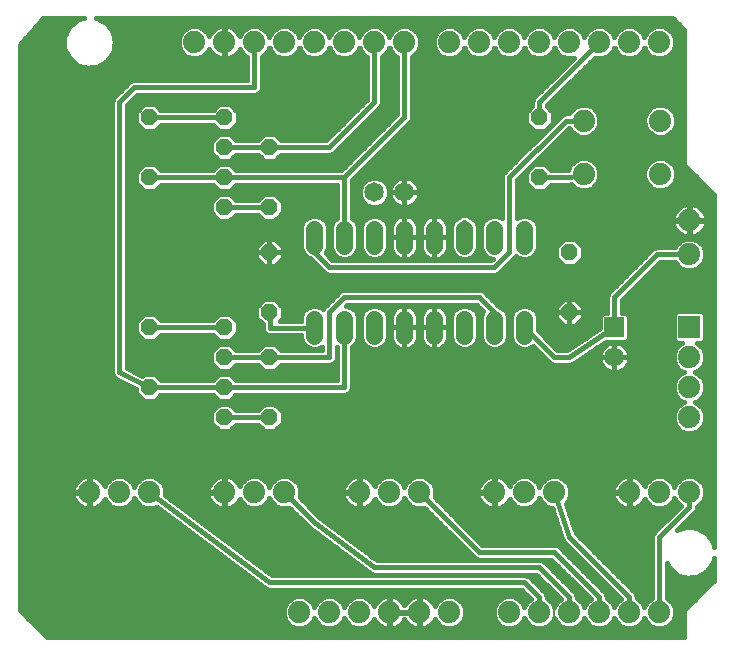
<source format=gbl>
G75*
G70*
%OFA0B0*%
%FSLAX24Y24*%
%IPPOS*%
%LPD*%
%AMOC8*
5,1,8,0,0,1.08239X$1,22.5*
%
%ADD10C,0.0560*%
%ADD11OC8,0.0560*%
%ADD12R,0.0740X0.0740*%
%ADD13C,0.0740*%
%ADD14R,0.0650X0.0650*%
%ADD15C,0.0650*%
%ADD16C,0.0160*%
%ADD17C,0.0080*%
D10*
X016259Y010905D02*
X016259Y011465D01*
X017259Y011465D02*
X017259Y010905D01*
X018259Y010905D02*
X018259Y011465D01*
X019259Y011465D02*
X019259Y010905D01*
X020259Y010905D02*
X020259Y011465D01*
X021259Y011465D02*
X021259Y010905D01*
X022259Y010905D02*
X022259Y011465D01*
X023259Y011465D02*
X023259Y010905D01*
X023259Y013905D02*
X023259Y014465D01*
X022259Y014465D02*
X022259Y013905D01*
X021259Y013905D02*
X021259Y014465D01*
X020259Y014465D02*
X020259Y013905D01*
X019259Y013905D02*
X019259Y014465D01*
X018259Y014465D02*
X018259Y013905D01*
X017259Y013905D02*
X017259Y014465D01*
X016259Y014465D02*
X016259Y013905D01*
D11*
X014759Y013685D03*
X014759Y015185D03*
X013259Y015185D03*
X013259Y016185D03*
X013259Y017185D03*
X013259Y018185D03*
X014759Y017185D03*
X010759Y016185D03*
X010759Y018185D03*
X014759Y011685D03*
X013259Y011185D03*
X013259Y010185D03*
X013259Y009185D03*
X014759Y010185D03*
X014759Y008185D03*
X013259Y008185D03*
X010759Y009185D03*
X010759Y011185D03*
X023759Y016185D03*
X023759Y018185D03*
X024759Y013685D03*
X024759Y011685D03*
D12*
X028759Y011185D03*
D13*
X028759Y010185D03*
X028759Y009185D03*
X028759Y008185D03*
X028759Y005685D03*
X027759Y005685D03*
X026759Y005685D03*
X024259Y005685D03*
X023259Y005685D03*
X022259Y005685D03*
X019759Y005685D03*
X018759Y005685D03*
X017759Y005685D03*
X015259Y005685D03*
X014259Y005685D03*
X013259Y005685D03*
X010759Y005685D03*
X009759Y005685D03*
X008759Y005685D03*
X015759Y001685D03*
X016759Y001685D03*
X017759Y001685D03*
X018759Y001685D03*
X019759Y001685D03*
X020759Y001685D03*
X022759Y001685D03*
X023759Y001685D03*
X024759Y001685D03*
X025759Y001685D03*
X026759Y001685D03*
X027759Y001685D03*
X028759Y013615D03*
X028759Y014755D03*
X027789Y016295D03*
X027789Y018075D03*
X025229Y018075D03*
X025229Y016295D03*
X024759Y020685D03*
X025759Y020685D03*
X026759Y020685D03*
X027759Y020685D03*
X023759Y020685D03*
X022759Y020685D03*
X021759Y020685D03*
X020759Y020685D03*
X019259Y020685D03*
X018259Y020685D03*
X017259Y020685D03*
X016259Y020685D03*
X015259Y020685D03*
X014259Y020685D03*
X013259Y020685D03*
X012259Y020685D03*
D14*
X026259Y011185D03*
D15*
X026259Y010185D03*
X019259Y015685D03*
X018259Y015685D03*
D16*
X006439Y020614D02*
X006439Y001760D01*
X007333Y000865D01*
X028579Y000865D01*
X028579Y001611D01*
X028579Y001760D01*
X029579Y002760D01*
X029579Y003496D01*
X029568Y003470D01*
X029540Y003338D01*
X029540Y003338D01*
X029478Y003252D01*
X029463Y003215D01*
X029421Y003173D01*
X029331Y003050D01*
X029331Y003050D01*
X029331Y003050D01*
X029251Y003004D01*
X029229Y002982D01*
X029171Y002958D01*
X029023Y002872D01*
X029023Y002872D01*
X028945Y002864D01*
X028924Y002855D01*
X028863Y002855D01*
X028670Y002835D01*
X028669Y002835D01*
X028607Y002855D01*
X028594Y002855D01*
X028546Y002875D01*
X028331Y002945D01*
X028331Y002945D01*
X028292Y002980D01*
X028289Y002982D01*
X028273Y002998D01*
X028067Y003183D01*
X028067Y003183D01*
X027999Y003336D01*
X027999Y002160D01*
X028059Y002135D01*
X028208Y001986D01*
X028289Y001791D01*
X028289Y001580D01*
X028208Y001385D01*
X028059Y001236D01*
X027864Y001155D01*
X027653Y001155D01*
X027459Y001236D01*
X027310Y001385D01*
X027259Y001508D01*
X027208Y001385D01*
X027059Y001236D01*
X026864Y001155D01*
X026653Y001155D01*
X026459Y001236D01*
X026310Y001385D01*
X026259Y001508D01*
X026208Y001385D01*
X026059Y001236D01*
X025864Y001155D01*
X025653Y001155D01*
X025459Y001236D01*
X025310Y001385D01*
X025259Y001508D01*
X025208Y001385D01*
X025059Y001236D01*
X024864Y001155D01*
X024653Y001155D01*
X024459Y001236D01*
X024310Y001385D01*
X024259Y001508D01*
X024208Y001385D01*
X024059Y001236D01*
X023864Y001155D01*
X023653Y001155D01*
X023459Y001236D01*
X023310Y001385D01*
X023259Y001508D01*
X023208Y001385D01*
X023059Y001236D01*
X022864Y001155D01*
X022653Y001155D01*
X022459Y001236D01*
X022310Y001385D01*
X022229Y001580D01*
X022229Y001791D01*
X022310Y001986D01*
X022459Y002135D01*
X022653Y002215D01*
X022864Y002215D01*
X023059Y002135D01*
X023208Y001986D01*
X023259Y001863D01*
X023310Y001986D01*
X023459Y002135D01*
X023467Y002138D01*
X023159Y002445D01*
X014776Y002445D01*
X014746Y002441D01*
X014729Y002445D01*
X014711Y002445D01*
X014683Y002457D01*
X014653Y002465D01*
X014639Y002475D01*
X014623Y002482D01*
X014601Y002504D01*
X010994Y005209D01*
X010864Y005155D01*
X010653Y005155D01*
X010459Y005236D01*
X010310Y005385D01*
X010259Y005508D01*
X010208Y005385D01*
X010059Y005236D01*
X009864Y005155D01*
X009653Y005155D01*
X009459Y005236D01*
X009310Y005385D01*
X009270Y005480D01*
X009269Y005474D01*
X009229Y005397D01*
X009178Y005327D01*
X009117Y005266D01*
X009047Y005215D01*
X008970Y005176D01*
X008888Y005149D01*
X008802Y005135D01*
X008779Y005135D01*
X008779Y005665D01*
X008739Y005665D01*
X008739Y005135D01*
X008716Y005135D01*
X008630Y005149D01*
X008548Y005176D01*
X008471Y005215D01*
X008401Y005266D01*
X008339Y005327D01*
X008289Y005397D01*
X008249Y005474D01*
X008222Y005557D01*
X008209Y005642D01*
X008209Y005665D01*
X008739Y005665D01*
X008739Y005705D01*
X008209Y005705D01*
X008209Y005729D01*
X008222Y005814D01*
X008249Y005896D01*
X008289Y005974D01*
X008339Y006044D01*
X008401Y006105D01*
X008471Y006156D01*
X008548Y006195D01*
X008630Y006222D01*
X008716Y006235D01*
X008739Y006235D01*
X008739Y005706D01*
X008779Y005706D01*
X008779Y006235D01*
X008802Y006235D01*
X008888Y006222D01*
X008970Y006195D01*
X009047Y006156D01*
X009117Y006105D01*
X009178Y006044D01*
X009229Y005974D01*
X009269Y005896D01*
X009270Y005891D01*
X009310Y005986D01*
X009459Y006135D01*
X009653Y006215D01*
X009864Y006215D01*
X010059Y006135D01*
X010208Y005986D01*
X010259Y005863D01*
X010310Y005986D01*
X010459Y006135D01*
X010653Y006215D01*
X010864Y006215D01*
X011059Y006135D01*
X011208Y005986D01*
X011289Y005791D01*
X011289Y005588D01*
X014839Y002925D01*
X023211Y002925D01*
X023307Y002925D01*
X023395Y002889D01*
X023895Y002389D01*
X023962Y002321D01*
X023999Y002233D01*
X023999Y002160D01*
X024059Y002135D01*
X024208Y001986D01*
X024259Y001863D01*
X024310Y001986D01*
X024459Y002135D01*
X024467Y002138D01*
X023659Y002945D01*
X018276Y002945D01*
X018246Y002941D01*
X018229Y002945D01*
X018211Y002945D01*
X018183Y002957D01*
X018153Y002965D01*
X018139Y002975D01*
X018123Y002982D01*
X018101Y003004D01*
X016139Y004475D01*
X016123Y004482D01*
X016101Y004504D01*
X016077Y004522D01*
X016068Y004537D01*
X015425Y005180D01*
X015364Y005155D01*
X015153Y005155D01*
X014959Y005236D01*
X014810Y005385D01*
X014759Y005508D01*
X014708Y005385D01*
X014559Y005236D01*
X014364Y005155D01*
X014153Y005155D01*
X013959Y005236D01*
X013810Y005385D01*
X013770Y005480D01*
X013769Y005474D01*
X013729Y005397D01*
X013678Y005327D01*
X013617Y005266D01*
X013547Y005215D01*
X013470Y005176D01*
X013388Y005149D01*
X013302Y005135D01*
X013279Y005135D01*
X013279Y005665D01*
X013239Y005665D01*
X013239Y005135D01*
X013216Y005135D01*
X013130Y005149D01*
X013048Y005176D01*
X012971Y005215D01*
X012901Y005266D01*
X012839Y005327D01*
X012789Y005397D01*
X012749Y005474D01*
X012722Y005557D01*
X012709Y005642D01*
X012709Y005665D01*
X013239Y005665D01*
X013239Y005705D01*
X012709Y005705D01*
X012709Y005729D01*
X012722Y005814D01*
X012749Y005896D01*
X012789Y005974D01*
X012839Y006044D01*
X012901Y006105D01*
X012971Y006156D01*
X013048Y006195D01*
X013130Y006222D01*
X013216Y006235D01*
X013239Y006235D01*
X013239Y005706D01*
X013279Y005706D01*
X013279Y006235D01*
X013302Y006235D01*
X013388Y006222D01*
X013470Y006195D01*
X013547Y006156D01*
X013617Y006105D01*
X013678Y006044D01*
X013729Y005974D01*
X013769Y005896D01*
X013770Y005891D01*
X013810Y005986D01*
X013959Y006135D01*
X014153Y006215D01*
X014364Y006215D01*
X014559Y006135D01*
X014708Y005986D01*
X014759Y005863D01*
X014810Y005986D01*
X014959Y006135D01*
X015153Y006215D01*
X015364Y006215D01*
X015559Y006135D01*
X015708Y005986D01*
X015789Y005791D01*
X015789Y005580D01*
X015764Y005520D01*
X016417Y004867D01*
X018339Y003425D01*
X023807Y003425D01*
X023895Y003389D01*
X023962Y003321D01*
X024962Y002321D01*
X024999Y002233D01*
X024999Y002160D01*
X025059Y002135D01*
X025208Y001986D01*
X025259Y001863D01*
X025310Y001986D01*
X025459Y002135D01*
X025467Y002138D01*
X024159Y003445D01*
X021807Y003445D01*
X021711Y003445D01*
X021623Y003482D01*
X019925Y005180D01*
X019864Y005155D01*
X019653Y005155D01*
X019459Y005236D01*
X019310Y005385D01*
X019259Y005508D01*
X019208Y005385D01*
X019059Y005236D01*
X018864Y005155D01*
X018653Y005155D01*
X018459Y005236D01*
X018310Y005385D01*
X018270Y005480D01*
X018269Y005474D01*
X018229Y005397D01*
X018178Y005327D01*
X018117Y005266D01*
X018047Y005215D01*
X017970Y005176D01*
X017888Y005149D01*
X017802Y005135D01*
X017779Y005135D01*
X017779Y005665D01*
X017739Y005665D01*
X017739Y005135D01*
X017716Y005135D01*
X017630Y005149D01*
X017548Y005176D01*
X017471Y005215D01*
X017401Y005266D01*
X017339Y005327D01*
X017289Y005397D01*
X017249Y005474D01*
X017222Y005557D01*
X017209Y005642D01*
X017209Y005665D01*
X017739Y005665D01*
X017739Y005705D01*
X017209Y005705D01*
X017209Y005729D01*
X017222Y005814D01*
X017249Y005896D01*
X017289Y005974D01*
X017339Y006044D01*
X017401Y006105D01*
X017471Y006156D01*
X017548Y006195D01*
X017630Y006222D01*
X017716Y006235D01*
X017739Y006235D01*
X017739Y005706D01*
X017779Y005706D01*
X017779Y006235D01*
X017802Y006235D01*
X017888Y006222D01*
X017970Y006195D01*
X018047Y006156D01*
X018117Y006105D01*
X018178Y006044D01*
X018229Y005974D01*
X018269Y005896D01*
X018270Y005891D01*
X018310Y005986D01*
X018459Y006135D01*
X018653Y006215D01*
X018864Y006215D01*
X019059Y006135D01*
X019208Y005986D01*
X019259Y005863D01*
X019310Y005986D01*
X019459Y006135D01*
X019653Y006215D01*
X019864Y006215D01*
X020059Y006135D01*
X020208Y005986D01*
X020289Y005791D01*
X020289Y005580D01*
X020264Y005520D01*
X021858Y003925D01*
X024307Y003925D01*
X024395Y003889D01*
X024462Y003821D01*
X025962Y002321D01*
X025999Y002233D01*
X025999Y002160D01*
X026059Y002135D01*
X026208Y001986D01*
X026259Y001863D01*
X026310Y001986D01*
X026459Y002135D01*
X026467Y002138D01*
X024617Y003988D01*
X024609Y003992D01*
X024583Y004022D01*
X024555Y004049D01*
X024552Y004057D01*
X024546Y004064D01*
X024534Y004102D01*
X024519Y004138D01*
X024519Y004146D01*
X024183Y005155D01*
X024153Y005155D01*
X023959Y005236D01*
X023810Y005385D01*
X023759Y005508D01*
X023708Y005385D01*
X023559Y005236D01*
X023364Y005155D01*
X023153Y005155D01*
X022959Y005236D01*
X022810Y005385D01*
X022770Y005480D01*
X022769Y005474D01*
X022729Y005397D01*
X022678Y005327D01*
X022617Y005266D01*
X022547Y005215D01*
X022470Y005176D01*
X022388Y005149D01*
X022302Y005135D01*
X022279Y005135D01*
X022279Y005665D01*
X022239Y005665D01*
X022239Y005135D01*
X022216Y005135D01*
X022130Y005149D01*
X022048Y005176D01*
X021971Y005215D01*
X021901Y005266D01*
X021839Y005327D01*
X021789Y005397D01*
X021749Y005474D01*
X021722Y005557D01*
X021709Y005642D01*
X021709Y005665D01*
X022239Y005665D01*
X022239Y005705D01*
X021709Y005705D01*
X021709Y005729D01*
X021722Y005814D01*
X021749Y005896D01*
X021789Y005974D01*
X021839Y006044D01*
X021901Y006105D01*
X021971Y006156D01*
X022048Y006195D01*
X022130Y006222D01*
X022216Y006235D01*
X022239Y006235D01*
X022239Y005706D01*
X022279Y005706D01*
X022279Y006235D01*
X022302Y006235D01*
X022388Y006222D01*
X022470Y006195D01*
X022547Y006156D01*
X022617Y006105D01*
X022678Y006044D01*
X022729Y005974D01*
X022769Y005896D01*
X022770Y005891D01*
X022810Y005986D01*
X022959Y006135D01*
X023153Y006215D01*
X023364Y006215D01*
X023559Y006135D01*
X023708Y005986D01*
X023759Y005863D01*
X023810Y005986D01*
X023959Y006135D01*
X024153Y006215D01*
X024364Y006215D01*
X024559Y006135D01*
X024708Y005986D01*
X024789Y005791D01*
X024789Y005580D01*
X024708Y005385D01*
X024636Y005313D01*
X024969Y004315D01*
X026962Y002321D01*
X026999Y002233D01*
X026999Y002160D01*
X027059Y002135D01*
X027208Y001986D01*
X027259Y001863D01*
X027310Y001986D01*
X027459Y002135D01*
X027519Y002160D01*
X027519Y004138D01*
X027519Y004233D01*
X027555Y004321D01*
X028467Y005233D01*
X028459Y005236D01*
X028310Y005385D01*
X028259Y005508D01*
X028208Y005385D01*
X028059Y005236D01*
X027864Y005155D01*
X027653Y005155D01*
X027459Y005236D01*
X027310Y005385D01*
X027270Y005480D01*
X027269Y005474D01*
X027229Y005397D01*
X027178Y005327D01*
X027117Y005266D01*
X027047Y005215D01*
X026970Y005176D01*
X026888Y005149D01*
X026802Y005135D01*
X026779Y005135D01*
X026779Y005665D01*
X026739Y005665D01*
X026739Y005135D01*
X026716Y005135D01*
X026630Y005149D01*
X026548Y005176D01*
X026471Y005215D01*
X026401Y005266D01*
X026339Y005327D01*
X026289Y005397D01*
X026249Y005474D01*
X026222Y005557D01*
X026209Y005642D01*
X026209Y005665D01*
X026739Y005665D01*
X026739Y005705D01*
X026209Y005705D01*
X026209Y005729D01*
X026222Y005814D01*
X026249Y005896D01*
X026289Y005974D01*
X026339Y006044D01*
X026401Y006105D01*
X026471Y006156D01*
X026548Y006195D01*
X026630Y006222D01*
X026716Y006235D01*
X026739Y006235D01*
X026739Y005706D01*
X026779Y005706D01*
X026779Y006235D01*
X026802Y006235D01*
X026888Y006222D01*
X026970Y006195D01*
X027047Y006156D01*
X027117Y006105D01*
X027178Y006044D01*
X027229Y005974D01*
X027269Y005896D01*
X027270Y005891D01*
X027310Y005986D01*
X027459Y006135D01*
X027653Y006215D01*
X027864Y006215D01*
X028059Y006135D01*
X028208Y005986D01*
X028259Y005863D01*
X028310Y005986D01*
X028459Y006135D01*
X028653Y006215D01*
X028864Y006215D01*
X029059Y006135D01*
X029208Y005986D01*
X029289Y005791D01*
X029289Y005580D01*
X029208Y005385D01*
X029059Y005236D01*
X028999Y005211D01*
X028999Y005138D01*
X028962Y005049D01*
X028895Y004982D01*
X028342Y004429D01*
X028546Y004495D01*
X028594Y004515D01*
X028607Y004515D01*
X028669Y004536D01*
X028670Y004536D01*
X028863Y004515D01*
X028924Y004515D01*
X028945Y004507D01*
X029023Y004498D01*
X029023Y004498D01*
X029171Y004413D01*
X029229Y004389D01*
X029251Y004367D01*
X029331Y004321D01*
X029331Y004321D01*
X029331Y004321D01*
X029421Y004197D01*
X029463Y004155D01*
X029478Y004119D01*
X029540Y004033D01*
X029540Y004033D01*
X029568Y003900D01*
X029579Y003874D01*
X029579Y015611D01*
X028684Y016505D01*
X028579Y016611D01*
X028579Y021111D01*
X028184Y021505D01*
X027704Y021505D01*
X008991Y021502D01*
X009023Y021498D01*
X009023Y021498D01*
X009171Y021413D01*
X009229Y021389D01*
X009251Y021367D01*
X009331Y021321D01*
X009331Y021321D01*
X009331Y021321D01*
X009421Y021197D01*
X009463Y021155D01*
X009478Y021119D01*
X009540Y021033D01*
X009540Y021033D01*
X009568Y020900D01*
X009589Y020850D01*
X009589Y020803D01*
X009614Y020685D01*
X009589Y020568D01*
X009589Y020520D01*
X009568Y020470D01*
X009540Y020338D01*
X009540Y020338D01*
X009478Y020252D01*
X009463Y020215D01*
X009421Y020173D01*
X009331Y020050D01*
X009331Y020050D01*
X009331Y020050D01*
X009251Y020004D01*
X009229Y019982D01*
X009171Y019958D01*
X009023Y019872D01*
X009023Y019872D01*
X008945Y019864D01*
X008924Y019855D01*
X008863Y019855D01*
X008670Y019835D01*
X008669Y019835D01*
X008607Y019855D01*
X008594Y019855D01*
X008546Y019875D01*
X008331Y019945D01*
X008331Y019945D01*
X008292Y019980D01*
X008289Y019982D01*
X008273Y019998D01*
X008067Y020183D01*
X008067Y020183D01*
X007923Y020508D01*
X007923Y020508D01*
X007923Y020863D01*
X007923Y020863D01*
X008067Y021188D01*
X008067Y021188D01*
X008273Y021373D01*
X008289Y021389D01*
X008292Y021390D01*
X008331Y021426D01*
X008331Y021426D01*
X008546Y021495D01*
X008561Y021502D01*
X007211Y021501D01*
X006439Y020614D01*
X006480Y020662D02*
X007923Y020662D01*
X007923Y020820D02*
X006618Y020820D01*
X006756Y020979D02*
X007974Y020979D01*
X008045Y021137D02*
X006894Y021137D01*
X007032Y021296D02*
X008187Y021296D01*
X008420Y021455D02*
X007170Y021455D01*
X006439Y020503D02*
X007924Y020503D01*
X007995Y020345D02*
X006439Y020345D01*
X006439Y020186D02*
X008066Y020186D01*
X008067Y020183D02*
X008067Y020183D01*
X008239Y020028D02*
X006439Y020028D01*
X006439Y019869D02*
X008561Y019869D01*
X008993Y019869D02*
X014019Y019869D01*
X014019Y019711D02*
X006439Y019711D01*
X006439Y019552D02*
X014019Y019552D01*
X014019Y019425D02*
X010307Y019425D01*
X010211Y019425D01*
X010123Y019389D01*
X009623Y018889D01*
X009555Y018821D01*
X009519Y018733D01*
X009519Y009694D01*
X009516Y009655D01*
X009519Y009646D01*
X009519Y009638D01*
X009534Y009602D01*
X009546Y009564D01*
X009552Y009557D01*
X009555Y009549D01*
X009583Y009522D01*
X009609Y009492D01*
X009617Y009488D01*
X009623Y009482D01*
X009659Y009467D01*
X010319Y009137D01*
X010319Y009003D01*
X010577Y008745D01*
X010941Y008745D01*
X011141Y008945D01*
X012877Y008945D01*
X013077Y008745D01*
X013441Y008745D01*
X013641Y008945D01*
X017211Y008945D01*
X017307Y008945D01*
X017395Y008982D01*
X017462Y009049D01*
X017499Y009138D01*
X017499Y010529D01*
X017508Y010532D01*
X017632Y010656D01*
X017699Y010818D01*
X017699Y011553D01*
X017632Y011715D01*
X017508Y011838D01*
X017346Y011905D01*
X017318Y011905D01*
X017358Y011945D01*
X021659Y011945D01*
X021888Y011717D01*
X021886Y011715D01*
X021819Y011553D01*
X021819Y010818D01*
X021886Y010656D01*
X022010Y010532D01*
X022171Y010465D01*
X022346Y010465D01*
X022508Y010532D01*
X022632Y010656D01*
X022699Y010818D01*
X022699Y011553D01*
X022632Y011715D01*
X022508Y011838D01*
X022401Y011883D01*
X022395Y011889D01*
X021895Y012389D01*
X021807Y012425D01*
X021711Y012425D01*
X017211Y012425D01*
X017123Y012389D01*
X017055Y012321D01*
X016555Y011821D01*
X016547Y011800D01*
X016508Y011838D01*
X016346Y011905D01*
X016171Y011905D01*
X016010Y011838D01*
X015886Y011715D01*
X015819Y011553D01*
X015819Y011405D01*
X015101Y011405D01*
X015199Y011503D01*
X015199Y011868D01*
X014941Y012125D01*
X014577Y012125D01*
X014319Y011868D01*
X014319Y011503D01*
X014534Y011288D01*
X014539Y011161D01*
X014539Y011118D01*
X014541Y011113D01*
X014541Y011108D01*
X014559Y011069D01*
X014575Y011029D01*
X014579Y011026D01*
X014581Y011022D01*
X014612Y010992D01*
X014643Y010962D01*
X014647Y010960D01*
X014651Y010957D01*
X014691Y010942D01*
X014731Y010925D01*
X014736Y010925D01*
X014740Y010924D01*
X014784Y010925D01*
X015819Y010925D01*
X015819Y010818D01*
X015886Y010656D01*
X016010Y010532D01*
X016171Y010465D01*
X016346Y010465D01*
X016508Y010532D01*
X016519Y010543D01*
X016519Y010425D01*
X015141Y010425D01*
X014941Y010625D01*
X014577Y010625D01*
X014377Y010425D01*
X013641Y010425D01*
X013441Y010625D01*
X013077Y010625D01*
X012819Y010368D01*
X012819Y010003D01*
X013077Y009745D01*
X013441Y009745D01*
X013641Y009945D01*
X014377Y009945D01*
X014577Y009745D01*
X014941Y009745D01*
X015141Y009945D01*
X016711Y009945D01*
X016807Y009945D01*
X016895Y009982D01*
X016962Y010049D01*
X016999Y010138D01*
X016999Y010543D01*
X017010Y010532D01*
X017019Y010529D01*
X017019Y009425D01*
X013641Y009425D01*
X013441Y009625D01*
X013077Y009625D01*
X012877Y009425D01*
X011141Y009425D01*
X010941Y009625D01*
X010577Y009625D01*
X010523Y009572D01*
X009999Y009834D01*
X009999Y018586D01*
X010358Y018945D01*
X014307Y018945D01*
X014395Y018982D01*
X014462Y019049D01*
X014499Y019138D01*
X014499Y019233D01*
X014499Y020211D01*
X014559Y020236D01*
X014708Y020385D01*
X014759Y020508D01*
X014810Y020385D01*
X014959Y020236D01*
X015153Y020155D01*
X015364Y020155D01*
X015559Y020236D01*
X015708Y020385D01*
X015759Y020508D01*
X015810Y020385D01*
X015959Y020236D01*
X016153Y020155D01*
X016364Y020155D01*
X016559Y020236D01*
X016708Y020385D01*
X016759Y020508D01*
X016810Y020385D01*
X016959Y020236D01*
X017153Y020155D01*
X017364Y020155D01*
X017559Y020236D01*
X017708Y020385D01*
X017759Y020508D01*
X017810Y020385D01*
X017959Y020236D01*
X018019Y020211D01*
X018019Y018785D01*
X016659Y017425D01*
X015711Y017425D01*
X015141Y017425D01*
X014941Y017625D01*
X014577Y017625D01*
X014377Y017425D01*
X013641Y017425D01*
X013441Y017625D01*
X013077Y017625D01*
X012819Y017368D01*
X012819Y017003D01*
X013077Y016745D01*
X013441Y016745D01*
X013641Y016945D01*
X014377Y016945D01*
X014577Y016745D01*
X014941Y016745D01*
X015141Y016945D01*
X015711Y016945D01*
X016711Y016945D01*
X016807Y016945D01*
X016895Y016982D01*
X018395Y018482D01*
X018462Y018549D01*
X018499Y018638D01*
X018499Y020211D01*
X018559Y020236D01*
X018708Y020385D01*
X018759Y020508D01*
X018810Y020385D01*
X018959Y020236D01*
X019019Y020211D01*
X019019Y018285D01*
X017159Y016425D01*
X013641Y016425D01*
X013441Y016625D01*
X013077Y016625D01*
X012877Y016425D01*
X011141Y016425D01*
X010941Y016625D01*
X010577Y016625D01*
X010319Y016368D01*
X010319Y016003D01*
X010577Y015745D01*
X010941Y015745D01*
X011141Y015945D01*
X012877Y015945D01*
X013077Y015745D01*
X013441Y015745D01*
X013641Y015945D01*
X017019Y015945D01*
X017019Y015138D01*
X017019Y014842D01*
X017010Y014838D01*
X016886Y014715D01*
X016819Y014553D01*
X016819Y013818D01*
X016886Y013656D01*
X017010Y013532D01*
X017171Y013465D01*
X017346Y013465D01*
X017508Y013532D01*
X017632Y013656D01*
X017699Y013818D01*
X017699Y014553D01*
X017632Y014715D01*
X017508Y014838D01*
X017499Y014842D01*
X017499Y015138D01*
X017499Y016086D01*
X019462Y018049D01*
X019499Y018138D01*
X019499Y018233D01*
X019499Y020211D01*
X019559Y020236D01*
X019708Y020385D01*
X019789Y020580D01*
X019789Y020791D01*
X019708Y020986D01*
X019559Y021135D01*
X019364Y021215D01*
X019153Y021215D01*
X018959Y021135D01*
X018810Y020986D01*
X018759Y020863D01*
X018708Y020986D01*
X018559Y021135D01*
X018364Y021215D01*
X018153Y021215D01*
X017959Y021135D01*
X017810Y020986D01*
X017759Y020863D01*
X017708Y020986D01*
X017559Y021135D01*
X017364Y021215D01*
X017153Y021215D01*
X016959Y021135D01*
X016810Y020986D01*
X016759Y020863D01*
X016708Y020986D01*
X016559Y021135D01*
X016364Y021215D01*
X016153Y021215D01*
X015959Y021135D01*
X015810Y020986D01*
X015759Y020863D01*
X015708Y020986D01*
X015559Y021135D01*
X015364Y021215D01*
X015153Y021215D01*
X014959Y021135D01*
X014810Y020986D01*
X014759Y020863D01*
X014708Y020986D01*
X014559Y021135D01*
X014364Y021215D01*
X014153Y021215D01*
X013959Y021135D01*
X013810Y020986D01*
X013770Y020891D01*
X013769Y020896D01*
X013729Y020974D01*
X013678Y021044D01*
X013617Y021105D01*
X013547Y021156D01*
X013470Y021195D01*
X013388Y021222D01*
X013302Y021235D01*
X013279Y021235D01*
X013279Y020706D01*
X013239Y020706D01*
X013239Y021235D01*
X013216Y021235D01*
X013130Y021222D01*
X013048Y021195D01*
X012971Y021156D01*
X012901Y021105D01*
X012839Y021044D01*
X012789Y020974D01*
X012749Y020896D01*
X012747Y020891D01*
X012708Y020986D01*
X012559Y021135D01*
X012364Y021215D01*
X012153Y021215D01*
X011959Y021135D01*
X011810Y020986D01*
X011729Y020791D01*
X011729Y020580D01*
X011810Y020385D01*
X011959Y020236D01*
X012153Y020155D01*
X012364Y020155D01*
X012559Y020236D01*
X012708Y020385D01*
X012747Y020480D01*
X012749Y020474D01*
X012789Y020397D01*
X012839Y020327D01*
X012901Y020266D01*
X012971Y020215D01*
X013048Y020176D01*
X013130Y020149D01*
X013216Y020135D01*
X013239Y020135D01*
X013239Y020665D01*
X013279Y020665D01*
X013279Y020135D01*
X013302Y020135D01*
X013388Y020149D01*
X013470Y020176D01*
X013547Y020215D01*
X013617Y020266D01*
X013678Y020327D01*
X013729Y020397D01*
X013769Y020474D01*
X013770Y020480D01*
X013810Y020385D01*
X013959Y020236D01*
X014019Y020211D01*
X014019Y019425D01*
X014259Y019185D02*
X010259Y019185D01*
X009759Y018685D01*
X009759Y009685D01*
X010759Y009185D01*
X013259Y009185D01*
X017259Y009185D01*
X017259Y011185D01*
X017699Y011149D02*
X017819Y011149D01*
X017819Y010991D02*
X017699Y010991D01*
X017699Y010832D02*
X017819Y010832D01*
X017819Y010818D02*
X017886Y010656D01*
X018010Y010532D01*
X018171Y010465D01*
X018346Y010465D01*
X018508Y010532D01*
X018632Y010656D01*
X018699Y010818D01*
X018699Y011553D01*
X018632Y011715D01*
X018508Y011838D01*
X018346Y011905D01*
X018171Y011905D01*
X018010Y011838D01*
X017886Y011715D01*
X017819Y011553D01*
X017819Y010818D01*
X017879Y010674D02*
X017639Y010674D01*
X017499Y010515D02*
X018051Y010515D01*
X018466Y010515D02*
X019014Y010515D01*
X019018Y010512D02*
X019082Y010479D01*
X019151Y010457D01*
X019223Y010445D01*
X019259Y010445D01*
X019295Y010445D01*
X019367Y010457D01*
X019435Y010479D01*
X019500Y010512D01*
X019559Y010554D01*
X019610Y010606D01*
X019652Y010664D01*
X019685Y010729D01*
X019708Y010798D01*
X019719Y010869D01*
X019719Y011185D01*
X019259Y011185D01*
X019259Y010445D01*
X019259Y011185D01*
X019259Y011185D01*
X019259Y011186D01*
X019259Y011186D01*
X019259Y011925D01*
X019295Y011925D01*
X019367Y011914D01*
X019435Y011892D01*
X019500Y011859D01*
X019559Y011816D01*
X019610Y011765D01*
X019652Y011706D01*
X019685Y011642D01*
X019708Y011573D01*
X019719Y011502D01*
X019719Y011186D01*
X019259Y011186D01*
X019259Y011925D01*
X019223Y011925D01*
X019151Y011914D01*
X019082Y011892D01*
X019018Y011859D01*
X018959Y011816D01*
X018908Y011765D01*
X018865Y011706D01*
X018833Y011642D01*
X018810Y011573D01*
X018799Y011502D01*
X018799Y011186D01*
X019258Y011186D01*
X019258Y011185D01*
X018799Y011185D01*
X018799Y010869D01*
X018810Y010798D01*
X018833Y010729D01*
X018865Y010664D01*
X018908Y010606D01*
X018959Y010554D01*
X019018Y010512D01*
X018861Y010674D02*
X018639Y010674D01*
X018699Y010832D02*
X018805Y010832D01*
X018799Y010991D02*
X018699Y010991D01*
X018699Y011149D02*
X018799Y011149D01*
X018799Y011308D02*
X018699Y011308D01*
X018699Y011466D02*
X018799Y011466D01*
X018827Y011625D02*
X018669Y011625D01*
X018563Y011783D02*
X018926Y011783D01*
X019259Y011783D02*
X019259Y011783D01*
X019259Y011625D02*
X019259Y011625D01*
X019259Y011466D02*
X019259Y011466D01*
X019259Y011308D02*
X019259Y011308D01*
X019259Y011149D02*
X019259Y011149D01*
X019259Y010991D02*
X019259Y010991D01*
X019259Y010832D02*
X019259Y010832D01*
X019259Y010674D02*
X019259Y010674D01*
X019259Y010515D02*
X019259Y010515D01*
X019504Y010515D02*
X020014Y010515D01*
X020018Y010512D02*
X020082Y010479D01*
X020151Y010457D01*
X020223Y010445D01*
X020259Y010445D01*
X020295Y010445D01*
X020367Y010457D01*
X020435Y010479D01*
X020500Y010512D01*
X020559Y010554D01*
X020610Y010606D01*
X020652Y010664D01*
X020685Y010729D01*
X020708Y010798D01*
X020719Y010869D01*
X020719Y011185D01*
X020259Y011185D01*
X020259Y010445D01*
X020259Y011185D01*
X020259Y011185D01*
X020259Y011186D01*
X020259Y011186D01*
X020259Y011925D01*
X020295Y011925D01*
X020367Y011914D01*
X020435Y011892D01*
X020500Y011859D01*
X020559Y011816D01*
X020610Y011765D01*
X020652Y011706D01*
X020685Y011642D01*
X020708Y011573D01*
X020719Y011502D01*
X020719Y011186D01*
X020259Y011186D01*
X020259Y011925D01*
X020223Y011925D01*
X020151Y011914D01*
X020082Y011892D01*
X020018Y011859D01*
X019959Y011816D01*
X019908Y011765D01*
X019865Y011706D01*
X019833Y011642D01*
X019810Y011573D01*
X019799Y011502D01*
X019799Y011186D01*
X020258Y011186D01*
X020258Y011185D01*
X019799Y011185D01*
X019799Y010869D01*
X019810Y010798D01*
X019833Y010729D01*
X019865Y010664D01*
X019908Y010606D01*
X019959Y010554D01*
X020018Y010512D01*
X019861Y010674D02*
X019657Y010674D01*
X019713Y010832D02*
X019805Y010832D01*
X019799Y010991D02*
X019719Y010991D01*
X019719Y011149D02*
X019799Y011149D01*
X019799Y011308D02*
X019719Y011308D01*
X019719Y011466D02*
X019799Y011466D01*
X019827Y011625D02*
X019691Y011625D01*
X019591Y011783D02*
X019926Y011783D01*
X020259Y011783D02*
X020259Y011783D01*
X020259Y011625D02*
X020259Y011625D01*
X020259Y011466D02*
X020259Y011466D01*
X020259Y011308D02*
X020259Y011308D01*
X020259Y011149D02*
X020259Y011149D01*
X020259Y010991D02*
X020259Y010991D01*
X020259Y010832D02*
X020259Y010832D01*
X020259Y010674D02*
X020259Y010674D01*
X020259Y010515D02*
X020259Y010515D01*
X020504Y010515D02*
X021051Y010515D01*
X021010Y010532D02*
X021171Y010465D01*
X021346Y010465D01*
X021508Y010532D01*
X021632Y010656D01*
X021699Y010818D01*
X021699Y011553D01*
X021632Y011715D01*
X021508Y011838D01*
X021346Y011905D01*
X021171Y011905D01*
X021010Y011838D01*
X020886Y011715D01*
X020819Y011553D01*
X020819Y010818D01*
X020886Y010656D01*
X021010Y010532D01*
X020879Y010674D02*
X020657Y010674D01*
X020713Y010832D02*
X020819Y010832D01*
X020819Y010991D02*
X020719Y010991D01*
X020719Y011149D02*
X020819Y011149D01*
X020819Y011308D02*
X020719Y011308D01*
X020719Y011466D02*
X020819Y011466D01*
X020849Y011625D02*
X020691Y011625D01*
X020591Y011783D02*
X020955Y011783D01*
X021563Y011783D02*
X021821Y011783D01*
X021849Y011625D02*
X021669Y011625D01*
X021699Y011466D02*
X021819Y011466D01*
X021819Y011308D02*
X021699Y011308D01*
X021699Y011149D02*
X021819Y011149D01*
X021819Y010991D02*
X021699Y010991D01*
X021699Y010832D02*
X021819Y010832D01*
X021879Y010674D02*
X021639Y010674D01*
X021466Y010515D02*
X022051Y010515D01*
X022466Y010515D02*
X023051Y010515D01*
X023010Y010532D02*
X023171Y010465D01*
X023346Y010465D01*
X023508Y010532D01*
X023540Y010565D01*
X024123Y009982D01*
X024211Y009945D01*
X024307Y009945D01*
X024735Y009945D01*
X024759Y009941D01*
X024782Y009945D01*
X024807Y009945D01*
X024829Y009955D01*
X024852Y009959D01*
X024872Y009973D01*
X024895Y009982D01*
X024912Y009999D01*
X025964Y010700D01*
X026650Y010700D01*
X026744Y010794D01*
X026744Y011577D01*
X026650Y011670D01*
X026499Y011670D01*
X026499Y012086D01*
X027788Y013375D01*
X028285Y013375D01*
X028310Y013315D01*
X028459Y013166D01*
X028653Y013085D01*
X028864Y013085D01*
X029059Y013166D01*
X029208Y013315D01*
X029289Y013510D01*
X029289Y013721D01*
X029208Y013916D01*
X029059Y014065D01*
X028864Y014145D01*
X028653Y014145D01*
X028459Y014065D01*
X028310Y013916D01*
X028285Y013855D01*
X027737Y013855D01*
X027641Y013855D01*
X027553Y013819D01*
X026123Y012389D01*
X026055Y012321D01*
X026019Y012233D01*
X026019Y011670D01*
X025868Y011670D01*
X025774Y011577D01*
X025774Y011150D01*
X024686Y010425D01*
X024358Y010425D01*
X023699Y011085D01*
X023699Y011553D01*
X023632Y011715D01*
X023508Y011838D01*
X023346Y011905D01*
X023171Y011905D01*
X023010Y011838D01*
X022886Y011715D01*
X022819Y011553D01*
X022819Y010818D01*
X022886Y010656D01*
X023010Y010532D01*
X022879Y010674D02*
X022639Y010674D01*
X022699Y010832D02*
X022819Y010832D01*
X022819Y010991D02*
X022699Y010991D01*
X022699Y011149D02*
X022819Y011149D01*
X022819Y011308D02*
X022699Y011308D01*
X022699Y011466D02*
X022819Y011466D01*
X022849Y011625D02*
X022669Y011625D01*
X022563Y011783D02*
X022955Y011783D01*
X023563Y011783D02*
X024299Y011783D01*
X024299Y011876D02*
X024299Y011686D01*
X024758Y011686D01*
X024758Y011685D01*
X024299Y011685D01*
X024299Y011495D01*
X024568Y011225D01*
X024759Y011225D01*
X024949Y011225D01*
X025219Y011495D01*
X025219Y011685D01*
X024759Y011685D01*
X024759Y011225D01*
X024759Y011685D01*
X024759Y011685D01*
X024759Y011686D01*
X024759Y011686D01*
X024759Y012145D01*
X024949Y012145D01*
X025219Y011876D01*
X025219Y011686D01*
X024759Y011686D01*
X024759Y012145D01*
X024568Y012145D01*
X024299Y011876D01*
X024365Y011942D02*
X022342Y011942D01*
X022183Y012100D02*
X024524Y012100D01*
X024759Y012100D02*
X024759Y012100D01*
X024759Y011942D02*
X024759Y011942D01*
X024759Y011783D02*
X024759Y011783D01*
X024759Y011625D02*
X024759Y011625D01*
X024759Y011466D02*
X024759Y011466D01*
X024759Y011308D02*
X024759Y011308D01*
X025032Y011308D02*
X025774Y011308D01*
X025774Y011466D02*
X025190Y011466D01*
X025219Y011625D02*
X025822Y011625D01*
X026019Y011783D02*
X025219Y011783D01*
X025153Y011942D02*
X026019Y011942D01*
X026019Y012100D02*
X024994Y012100D01*
X024299Y011625D02*
X023669Y011625D01*
X023699Y011466D02*
X024327Y011466D01*
X024486Y011308D02*
X023699Y011308D01*
X023699Y011149D02*
X025772Y011149D01*
X025534Y010991D02*
X023793Y010991D01*
X023951Y010832D02*
X025296Y010832D01*
X025059Y010674D02*
X024110Y010674D01*
X024269Y010515D02*
X024821Y010515D01*
X024759Y010185D02*
X024259Y010185D01*
X023259Y011185D01*
X023466Y010515D02*
X023590Y010515D01*
X023748Y010356D02*
X017499Y010356D01*
X017499Y010198D02*
X023907Y010198D01*
X024065Y010039D02*
X017499Y010039D01*
X017499Y009881D02*
X025856Y009881D01*
X025874Y009856D02*
X025930Y009800D01*
X025994Y009753D01*
X026065Y009717D01*
X026141Y009693D01*
X026219Y009680D01*
X026259Y009680D01*
X026299Y009680D01*
X026377Y009693D01*
X026453Y009717D01*
X026524Y009753D01*
X026588Y009800D01*
X026644Y009856D01*
X026691Y009921D01*
X026727Y009991D01*
X026751Y010067D01*
X026764Y010146D01*
X026764Y010185D01*
X026259Y010185D01*
X026259Y009680D01*
X026259Y010185D01*
X026259Y010185D01*
X026259Y010186D01*
X026259Y010186D01*
X026259Y010690D01*
X026299Y010690D01*
X026377Y010678D01*
X026453Y010653D01*
X026524Y010617D01*
X026588Y010571D01*
X026644Y010514D01*
X026691Y010450D01*
X026727Y010379D01*
X026751Y010304D01*
X026764Y010225D01*
X026764Y010186D01*
X026259Y010186D01*
X026259Y010690D01*
X026219Y010690D01*
X026141Y010678D01*
X026065Y010653D01*
X025994Y010617D01*
X025930Y010571D01*
X025874Y010514D01*
X025827Y010450D01*
X025791Y010379D01*
X025766Y010304D01*
X025754Y010225D01*
X025754Y010186D01*
X026258Y010186D01*
X026258Y010185D01*
X025754Y010185D01*
X025754Y010146D01*
X025766Y010067D01*
X025791Y009991D01*
X025827Y009921D01*
X025874Y009856D01*
X025775Y010039D02*
X024973Y010039D01*
X024759Y010185D02*
X026259Y011185D01*
X026259Y012185D01*
X027689Y013615D01*
X028759Y013615D01*
X029238Y013844D02*
X029579Y013844D01*
X029579Y013686D02*
X029289Y013686D01*
X029289Y013527D02*
X029579Y013527D01*
X029579Y013369D02*
X029230Y013369D01*
X029103Y013210D02*
X029579Y013210D01*
X029579Y013052D02*
X027465Y013052D01*
X027623Y013210D02*
X028414Y013210D01*
X028287Y013369D02*
X027782Y013369D01*
X027420Y013686D02*
X025199Y013686D01*
X025199Y013844D02*
X027615Y013844D01*
X027261Y013527D02*
X025199Y013527D01*
X025199Y013503D02*
X024941Y013245D01*
X024577Y013245D01*
X024319Y013503D01*
X024319Y013868D01*
X024577Y014125D01*
X024941Y014125D01*
X025199Y013868D01*
X025199Y013503D01*
X025065Y013369D02*
X027103Y013369D01*
X026944Y013210D02*
X022623Y013210D01*
X022465Y013052D02*
X026786Y013052D01*
X026627Y012893D02*
X009999Y012893D01*
X009999Y012735D02*
X026469Y012735D01*
X026310Y012576D02*
X009999Y012576D01*
X009999Y012418D02*
X017192Y012418D01*
X017259Y012185D02*
X021759Y012185D01*
X022259Y011685D01*
X022259Y011185D01*
X021663Y011942D02*
X017355Y011942D01*
X017563Y011783D02*
X017955Y011783D01*
X017849Y011625D02*
X017669Y011625D01*
X017699Y011466D02*
X017819Y011466D01*
X017819Y011308D02*
X017699Y011308D01*
X017259Y012185D02*
X016759Y011685D01*
X016759Y010185D01*
X014759Y010185D01*
X013259Y010185D01*
X013577Y009881D02*
X014441Y009881D01*
X015077Y009881D02*
X017019Y009881D01*
X017019Y010039D02*
X016952Y010039D01*
X016999Y010198D02*
X017019Y010198D01*
X017019Y010356D02*
X016999Y010356D01*
X016999Y010515D02*
X017019Y010515D01*
X016519Y010515D02*
X016466Y010515D01*
X016051Y010515D02*
X015051Y010515D01*
X014466Y010515D02*
X013551Y010515D01*
X013441Y010745D02*
X013699Y011003D01*
X013699Y011368D01*
X013441Y011625D01*
X013077Y011625D01*
X012877Y011425D01*
X011141Y011425D01*
X010941Y011625D01*
X010577Y011625D01*
X010319Y011368D01*
X010319Y011003D01*
X010577Y010745D01*
X010941Y010745D01*
X011141Y010945D01*
X012877Y010945D01*
X013077Y010745D01*
X013441Y010745D01*
X013528Y010832D02*
X015819Y010832D01*
X015879Y010674D02*
X009999Y010674D01*
X009999Y010832D02*
X010490Y010832D01*
X010331Y010991D02*
X009999Y010991D01*
X009999Y011149D02*
X010319Y011149D01*
X010319Y011308D02*
X009999Y011308D01*
X009999Y011466D02*
X010418Y011466D01*
X010576Y011625D02*
X009999Y011625D01*
X009999Y011783D02*
X014319Y011783D01*
X014319Y011625D02*
X013442Y011625D01*
X013600Y011466D02*
X014356Y011466D01*
X014514Y011308D02*
X013699Y011308D01*
X013699Y011149D02*
X014539Y011149D01*
X014614Y010991D02*
X013686Y010991D01*
X013259Y011185D02*
X010759Y011185D01*
X011100Y011466D02*
X012918Y011466D01*
X013076Y011625D02*
X010942Y011625D01*
X009999Y011942D02*
X014393Y011942D01*
X014552Y012100D02*
X009999Y012100D01*
X009999Y012259D02*
X016993Y012259D01*
X016835Y012100D02*
X014966Y012100D01*
X015124Y011942D02*
X016676Y011942D01*
X015955Y011783D02*
X015199Y011783D01*
X015199Y011625D02*
X015849Y011625D01*
X015819Y011466D02*
X015162Y011466D01*
X014759Y011685D02*
X014779Y011165D01*
X016259Y011165D01*
X017019Y009722D02*
X010222Y009722D01*
X009999Y009881D02*
X012941Y009881D01*
X012819Y010039D02*
X009999Y010039D01*
X009999Y010198D02*
X012819Y010198D01*
X012819Y010356D02*
X009999Y010356D01*
X009999Y010515D02*
X012966Y010515D01*
X012990Y010832D02*
X011028Y010832D01*
X011003Y009564D02*
X013015Y009564D01*
X013503Y009564D02*
X017019Y009564D01*
X017499Y009564D02*
X028388Y009564D01*
X028459Y009635D02*
X028310Y009486D01*
X028229Y009291D01*
X028229Y009080D01*
X028310Y008885D01*
X028459Y008736D01*
X028581Y008685D01*
X028459Y008635D01*
X028310Y008486D01*
X028229Y008291D01*
X028229Y008080D01*
X028310Y007885D01*
X028459Y007736D01*
X028653Y007655D01*
X028864Y007655D01*
X029059Y007736D01*
X029208Y007885D01*
X029289Y008080D01*
X029289Y008291D01*
X029208Y008486D01*
X029059Y008635D01*
X028937Y008685D01*
X029059Y008736D01*
X029208Y008885D01*
X029289Y009080D01*
X029289Y009291D01*
X029208Y009486D01*
X029059Y009635D01*
X028937Y009685D01*
X029059Y009736D01*
X029208Y009885D01*
X029289Y010080D01*
X029289Y010291D01*
X029208Y010486D01*
X029059Y010635D01*
X029009Y010655D01*
X029195Y010655D01*
X029289Y010749D01*
X029289Y011622D01*
X029195Y011715D01*
X028323Y011715D01*
X028229Y011622D01*
X028229Y010749D01*
X028323Y010655D01*
X028509Y010655D01*
X028459Y010635D01*
X028310Y010486D01*
X028229Y010291D01*
X028229Y010080D01*
X028310Y009885D01*
X028459Y009736D01*
X028581Y009685D01*
X028459Y009635D01*
X028492Y009722D02*
X026462Y009722D01*
X026259Y009722D02*
X026259Y009722D01*
X026259Y009881D02*
X026259Y009881D01*
X026259Y010039D02*
X026259Y010039D01*
X026259Y010198D02*
X026259Y010198D01*
X026259Y010356D02*
X026259Y010356D01*
X026259Y010515D02*
X026259Y010515D01*
X026259Y010674D02*
X026259Y010674D01*
X026390Y010674D02*
X028304Y010674D01*
X028339Y010515D02*
X026643Y010515D01*
X026734Y010356D02*
X028256Y010356D01*
X028229Y010198D02*
X026764Y010198D01*
X026742Y010039D02*
X028246Y010039D01*
X028314Y009881D02*
X026662Y009881D01*
X026055Y009722D02*
X017499Y009722D01*
X017499Y009405D02*
X028276Y009405D01*
X028229Y009247D02*
X017499Y009247D01*
X017478Y009088D02*
X028229Y009088D01*
X028291Y008930D02*
X013625Y008930D01*
X013467Y008771D02*
X028424Y008771D01*
X028437Y008613D02*
X014954Y008613D01*
X014941Y008625D02*
X014577Y008625D01*
X014377Y008425D01*
X013641Y008425D01*
X013441Y008625D01*
X013077Y008625D01*
X012819Y008368D01*
X012819Y008003D01*
X013077Y007745D01*
X013441Y007745D01*
X013641Y007945D01*
X014377Y007945D01*
X014577Y007745D01*
X014941Y007745D01*
X015199Y008003D01*
X015199Y008368D01*
X014941Y008625D01*
X015112Y008454D02*
X028296Y008454D01*
X028231Y008295D02*
X015199Y008295D01*
X015199Y008137D02*
X028229Y008137D01*
X028271Y007978D02*
X015174Y007978D01*
X015016Y007820D02*
X028375Y007820D01*
X028639Y007661D02*
X006439Y007661D01*
X006439Y007503D02*
X029579Y007503D01*
X029579Y007661D02*
X028879Y007661D01*
X029143Y007820D02*
X029579Y007820D01*
X029579Y007978D02*
X029247Y007978D01*
X029289Y008137D02*
X029579Y008137D01*
X029579Y008295D02*
X029287Y008295D01*
X029221Y008454D02*
X029579Y008454D01*
X029579Y008613D02*
X029081Y008613D01*
X029094Y008771D02*
X029579Y008771D01*
X029579Y008930D02*
X029227Y008930D01*
X029289Y009088D02*
X029579Y009088D01*
X029579Y009247D02*
X029289Y009247D01*
X029241Y009405D02*
X029579Y009405D01*
X029579Y009564D02*
X029130Y009564D01*
X029026Y009722D02*
X029579Y009722D01*
X029579Y009881D02*
X029204Y009881D01*
X029272Y010039D02*
X029579Y010039D01*
X029579Y010198D02*
X029289Y010198D01*
X029262Y010356D02*
X029579Y010356D01*
X029579Y010515D02*
X029179Y010515D01*
X029213Y010674D02*
X029579Y010674D01*
X029579Y010832D02*
X029289Y010832D01*
X029289Y010991D02*
X029579Y010991D01*
X029579Y011149D02*
X029289Y011149D01*
X029289Y011308D02*
X029579Y011308D01*
X029579Y011466D02*
X029289Y011466D01*
X029286Y011625D02*
X029579Y011625D01*
X029579Y011783D02*
X026499Y011783D01*
X026499Y011942D02*
X029579Y011942D01*
X029579Y012100D02*
X026513Y012100D01*
X026672Y012259D02*
X029579Y012259D01*
X029579Y012418D02*
X026831Y012418D01*
X026989Y012576D02*
X029579Y012576D01*
X029579Y012735D02*
X027148Y012735D01*
X027306Y012893D02*
X029579Y012893D01*
X029579Y014003D02*
X029121Y014003D01*
X028970Y014246D02*
X028888Y014219D01*
X028802Y014205D01*
X028779Y014205D01*
X028779Y014735D01*
X028739Y014735D01*
X028739Y014205D01*
X028716Y014205D01*
X028630Y014219D01*
X028548Y014246D01*
X028471Y014285D01*
X028401Y014336D01*
X028339Y014397D01*
X028289Y014467D01*
X028249Y014544D01*
X028222Y014627D01*
X028209Y014712D01*
X028209Y014735D01*
X028739Y014735D01*
X028739Y014775D01*
X028209Y014775D01*
X028209Y014799D01*
X028222Y014884D01*
X028249Y014966D01*
X028289Y015044D01*
X028339Y015114D01*
X028401Y015175D01*
X028471Y015226D01*
X028548Y015265D01*
X028630Y015292D01*
X028716Y015305D01*
X028739Y015305D01*
X028739Y014776D01*
X028779Y014776D01*
X028779Y015305D01*
X028802Y015305D01*
X028888Y015292D01*
X028970Y015265D01*
X029047Y015226D01*
X029117Y015175D01*
X029178Y015114D01*
X029229Y015044D01*
X029269Y014966D01*
X029295Y014884D01*
X029309Y014799D01*
X029309Y014775D01*
X028779Y014775D01*
X028779Y014735D01*
X029309Y014735D01*
X029309Y014712D01*
X029295Y014627D01*
X029269Y014544D01*
X029229Y014467D01*
X029178Y014397D01*
X029117Y014336D01*
X029047Y014285D01*
X028970Y014246D01*
X029095Y014320D02*
X029579Y014320D01*
X029579Y014162D02*
X023699Y014162D01*
X023699Y014320D02*
X028422Y014320D01*
X028283Y014479D02*
X023699Y014479D01*
X023699Y014553D02*
X023632Y014715D01*
X023508Y014838D01*
X023346Y014905D01*
X023171Y014905D01*
X023010Y014838D01*
X022999Y014828D01*
X022999Y016086D01*
X024748Y017835D01*
X024755Y017835D01*
X024780Y017775D01*
X024929Y017626D01*
X025123Y017545D01*
X025334Y017545D01*
X025529Y017626D01*
X025678Y017775D01*
X025759Y017970D01*
X025759Y018181D01*
X025678Y018376D01*
X025529Y018525D01*
X025334Y018605D01*
X025123Y018605D01*
X024929Y018525D01*
X024780Y018376D01*
X024755Y018315D01*
X024697Y018315D01*
X024601Y018315D01*
X024513Y018279D01*
X022623Y016389D01*
X022555Y016321D01*
X022519Y016233D01*
X022519Y014828D01*
X022508Y014838D01*
X022346Y014905D01*
X022171Y014905D01*
X022010Y014838D01*
X021886Y014715D01*
X021819Y014553D01*
X021819Y013818D01*
X021886Y013656D01*
X022010Y013532D01*
X022171Y013465D01*
X022200Y013465D01*
X022159Y013425D01*
X016858Y013425D01*
X016630Y013654D01*
X016632Y013656D01*
X016699Y013818D01*
X016699Y014553D01*
X016632Y014715D01*
X016508Y014838D01*
X016346Y014905D01*
X016171Y014905D01*
X016010Y014838D01*
X015886Y014715D01*
X015819Y014553D01*
X015819Y013818D01*
X015886Y013656D01*
X016010Y013532D01*
X016117Y013488D01*
X016123Y013482D01*
X016623Y012982D01*
X016711Y012945D01*
X016807Y012945D01*
X022307Y012945D01*
X022395Y012982D01*
X022462Y013049D01*
X022962Y013549D01*
X022971Y013571D01*
X023010Y013532D01*
X023171Y013465D01*
X023346Y013465D01*
X023508Y013532D01*
X023632Y013656D01*
X023699Y013818D01*
X023699Y014553D01*
X023664Y014637D02*
X028221Y014637D01*
X028209Y014796D02*
X023551Y014796D01*
X022999Y014954D02*
X028245Y014954D01*
X028339Y015113D02*
X022999Y015113D01*
X022999Y015271D02*
X028567Y015271D01*
X028739Y015271D02*
X028779Y015271D01*
X028779Y015113D02*
X028739Y015113D01*
X028739Y014954D02*
X028779Y014954D01*
X028779Y014796D02*
X028739Y014796D01*
X028739Y014637D02*
X028779Y014637D01*
X028779Y014479D02*
X028739Y014479D01*
X028739Y014320D02*
X028779Y014320D01*
X029235Y014479D02*
X029579Y014479D01*
X029579Y014637D02*
X029297Y014637D01*
X029309Y014796D02*
X029579Y014796D01*
X029579Y014954D02*
X029273Y014954D01*
X029179Y015113D02*
X029579Y015113D01*
X029579Y015271D02*
X028951Y015271D01*
X029579Y015430D02*
X022999Y015430D01*
X022999Y015588D02*
X029579Y015588D01*
X029443Y015747D02*
X023943Y015747D01*
X023941Y015745D02*
X024141Y015945D01*
X024731Y015945D01*
X024750Y015941D01*
X024778Y015945D01*
X024807Y015945D01*
X024823Y015952D01*
X024929Y015846D01*
X025123Y015765D01*
X025334Y015765D01*
X025529Y015846D01*
X025678Y015995D01*
X025759Y016190D01*
X025759Y016401D01*
X025678Y016596D01*
X025529Y016745D01*
X025334Y016825D01*
X025123Y016825D01*
X024929Y016745D01*
X024780Y016596D01*
X024709Y016425D01*
X024141Y016425D01*
X023941Y016625D01*
X023577Y016625D01*
X023319Y016368D01*
X023319Y016003D01*
X023577Y015745D01*
X023941Y015745D01*
X024101Y015906D02*
X024869Y015906D01*
X024759Y016185D02*
X025259Y016265D01*
X025229Y016295D01*
X025707Y016064D02*
X027311Y016064D01*
X027340Y015995D02*
X027489Y015846D01*
X027683Y015765D01*
X027894Y015765D01*
X028089Y015846D01*
X028238Y015995D01*
X028319Y016190D01*
X028319Y016401D01*
X028238Y016596D01*
X028089Y016745D01*
X027894Y016825D01*
X027683Y016825D01*
X027489Y016745D01*
X027340Y016596D01*
X027259Y016401D01*
X027259Y016190D01*
X027340Y015995D01*
X027429Y015906D02*
X025589Y015906D01*
X025759Y016223D02*
X027259Y016223D01*
X027259Y016381D02*
X025759Y016381D01*
X025701Y016540D02*
X027316Y016540D01*
X027442Y016698D02*
X025576Y016698D01*
X024882Y016698D02*
X023611Y016698D01*
X023491Y016540D02*
X023453Y016540D01*
X023332Y016381D02*
X023294Y016381D01*
X023319Y016223D02*
X023136Y016223D01*
X022999Y016064D02*
X023319Y016064D01*
X023416Y015906D02*
X022999Y015906D01*
X022999Y015747D02*
X023575Y015747D01*
X023759Y016185D02*
X024759Y016185D01*
X024756Y016540D02*
X024027Y016540D01*
X023770Y016857D02*
X028579Y016857D01*
X028579Y017015D02*
X023928Y017015D01*
X024087Y017174D02*
X028579Y017174D01*
X028579Y017332D02*
X024245Y017332D01*
X024404Y017491D02*
X028579Y017491D01*
X028579Y017649D02*
X028113Y017649D01*
X028089Y017626D02*
X028238Y017775D01*
X028319Y017970D01*
X028319Y018181D01*
X028238Y018376D01*
X028089Y018525D01*
X027894Y018605D01*
X027683Y018605D01*
X027489Y018525D01*
X027340Y018376D01*
X027259Y018181D01*
X027259Y017970D01*
X027340Y017775D01*
X027489Y017626D01*
X027683Y017545D01*
X027894Y017545D01*
X028089Y017626D01*
X028252Y017808D02*
X028579Y017808D01*
X028579Y017967D02*
X028317Y017967D01*
X028319Y018125D02*
X028579Y018125D01*
X028579Y018284D02*
X028276Y018284D01*
X028172Y018442D02*
X028579Y018442D01*
X028579Y018601D02*
X027905Y018601D01*
X027672Y018601D02*
X025345Y018601D01*
X025112Y018601D02*
X024014Y018601D01*
X023999Y018586D02*
X025593Y020180D01*
X025653Y020155D01*
X025864Y020155D01*
X026059Y020236D01*
X026208Y020385D01*
X026259Y020508D01*
X026310Y020385D01*
X026459Y020236D01*
X026653Y020155D01*
X026864Y020155D01*
X027059Y020236D01*
X027208Y020385D01*
X027259Y020508D01*
X027310Y020385D01*
X027459Y020236D01*
X027653Y020155D01*
X027864Y020155D01*
X028059Y020236D01*
X028208Y020385D01*
X028289Y020580D01*
X028289Y020791D01*
X028208Y020986D01*
X028059Y021135D01*
X027864Y021215D01*
X027653Y021215D01*
X027459Y021135D01*
X027310Y020986D01*
X027259Y020863D01*
X027208Y020986D01*
X027059Y021135D01*
X026864Y021215D01*
X026653Y021215D01*
X026459Y021135D01*
X026310Y020986D01*
X026259Y020863D01*
X026208Y020986D01*
X026059Y021135D01*
X025864Y021215D01*
X025653Y021215D01*
X025459Y021135D01*
X025310Y020986D01*
X025259Y020863D01*
X025208Y020986D01*
X025059Y021135D01*
X024864Y021215D01*
X024653Y021215D01*
X024459Y021135D01*
X024310Y020986D01*
X024259Y020863D01*
X024208Y020986D01*
X024059Y021135D01*
X023864Y021215D01*
X023653Y021215D01*
X023459Y021135D01*
X023310Y020986D01*
X023259Y020863D01*
X023208Y020986D01*
X023059Y021135D01*
X022864Y021215D01*
X022653Y021215D01*
X022459Y021135D01*
X022310Y020986D01*
X022259Y020863D01*
X022208Y020986D01*
X022059Y021135D01*
X021864Y021215D01*
X021653Y021215D01*
X021459Y021135D01*
X021310Y020986D01*
X021259Y020863D01*
X021208Y020986D01*
X021059Y021135D01*
X020864Y021215D01*
X020653Y021215D01*
X020459Y021135D01*
X020310Y020986D01*
X020229Y020791D01*
X020229Y020580D01*
X020310Y020385D01*
X020459Y020236D01*
X020653Y020155D01*
X020864Y020155D01*
X021059Y020236D01*
X021208Y020385D01*
X021259Y020508D01*
X021310Y020385D01*
X021459Y020236D01*
X021653Y020155D01*
X021864Y020155D01*
X022059Y020236D01*
X022208Y020385D01*
X022259Y020508D01*
X022310Y020385D01*
X022459Y020236D01*
X022653Y020155D01*
X022864Y020155D01*
X023059Y020236D01*
X023208Y020385D01*
X023259Y020508D01*
X023310Y020385D01*
X023459Y020236D01*
X023653Y020155D01*
X023864Y020155D01*
X024059Y020236D01*
X024208Y020385D01*
X024259Y020508D01*
X024310Y020385D01*
X024459Y020236D01*
X024653Y020155D01*
X024864Y020155D01*
X024907Y020173D01*
X023555Y018821D01*
X023519Y018733D01*
X023519Y018638D01*
X023519Y018568D01*
X023319Y018368D01*
X023319Y018003D01*
X023577Y017745D01*
X023941Y017745D01*
X024199Y018003D01*
X024199Y018368D01*
X023999Y018568D01*
X023999Y018586D01*
X024124Y018442D02*
X024846Y018442D01*
X024525Y018284D02*
X024199Y018284D01*
X024199Y018125D02*
X024359Y018125D01*
X024201Y017967D02*
X024162Y017967D01*
X024042Y017808D02*
X024004Y017808D01*
X023884Y017649D02*
X019062Y017649D01*
X018904Y017491D02*
X023725Y017491D01*
X023567Y017332D02*
X018745Y017332D01*
X018587Y017174D02*
X023408Y017174D01*
X023249Y017015D02*
X018428Y017015D01*
X018270Y016857D02*
X023091Y016857D01*
X022932Y016698D02*
X018111Y016698D01*
X017953Y016540D02*
X022774Y016540D01*
X022615Y016381D02*
X017794Y016381D01*
X017636Y016223D02*
X022519Y016223D01*
X022519Y016064D02*
X019594Y016064D01*
X019588Y016071D02*
X019524Y016117D01*
X019453Y016153D01*
X019377Y016178D01*
X019299Y016190D01*
X019259Y016190D01*
X019259Y015686D01*
X019259Y015686D01*
X019259Y016190D01*
X019219Y016190D01*
X019141Y016178D01*
X019065Y016153D01*
X018994Y016117D01*
X018930Y016071D01*
X018874Y016014D01*
X018827Y015950D01*
X018791Y015879D01*
X018766Y015804D01*
X018754Y015725D01*
X018754Y015686D01*
X019258Y015686D01*
X019258Y015685D01*
X018754Y015685D01*
X018754Y015646D01*
X018766Y015567D01*
X018791Y015491D01*
X018827Y015421D01*
X018874Y015356D01*
X018930Y015300D01*
X018994Y015253D01*
X019065Y015217D01*
X019141Y015193D01*
X019219Y015180D01*
X019259Y015180D01*
X019299Y015180D01*
X019377Y015193D01*
X019453Y015217D01*
X019524Y015253D01*
X019588Y015300D01*
X019644Y015356D01*
X019691Y015421D01*
X019727Y015491D01*
X019751Y015567D01*
X019764Y015646D01*
X019764Y015685D01*
X019259Y015685D01*
X019259Y015180D01*
X019259Y015685D01*
X019259Y015685D01*
X019259Y015686D01*
X019764Y015686D01*
X019764Y015725D01*
X019751Y015804D01*
X019727Y015879D01*
X019691Y015950D01*
X019644Y016014D01*
X019588Y016071D01*
X019713Y015906D02*
X022519Y015906D01*
X022519Y015747D02*
X019760Y015747D01*
X019755Y015588D02*
X022519Y015588D01*
X022519Y015430D02*
X019695Y015430D01*
X019548Y015271D02*
X022519Y015271D01*
X022519Y015113D02*
X017499Y015113D01*
X017499Y015271D02*
X017991Y015271D01*
X017984Y015274D02*
X018162Y015200D01*
X018355Y015200D01*
X018534Y015274D01*
X018670Y015411D01*
X018744Y015589D01*
X018744Y015782D01*
X018670Y015960D01*
X018534Y016096D01*
X018355Y016170D01*
X018162Y016170D01*
X017984Y016096D01*
X017848Y015960D01*
X017774Y015782D01*
X017774Y015589D01*
X017848Y015411D01*
X017984Y015274D01*
X017840Y015430D02*
X017499Y015430D01*
X017499Y015588D02*
X017774Y015588D01*
X017774Y015747D02*
X017499Y015747D01*
X017499Y015906D02*
X017825Y015906D01*
X017952Y016064D02*
X017499Y016064D01*
X017259Y016185D02*
X017259Y015185D01*
X017259Y014185D01*
X016819Y014162D02*
X016699Y014162D01*
X016699Y014320D02*
X016819Y014320D01*
X016819Y014479D02*
X016699Y014479D01*
X016664Y014637D02*
X016854Y014637D01*
X016967Y014796D02*
X016551Y014796D01*
X017019Y014954D02*
X015150Y014954D01*
X015199Y015003D02*
X015199Y015368D01*
X014941Y015625D01*
X014577Y015625D01*
X014377Y015425D01*
X013641Y015425D01*
X013441Y015625D01*
X013077Y015625D01*
X012819Y015368D01*
X012819Y015003D01*
X013077Y014745D01*
X013441Y014745D01*
X013641Y014945D01*
X014377Y014945D01*
X014577Y014745D01*
X014941Y014745D01*
X015199Y015003D01*
X015199Y015113D02*
X017019Y015113D01*
X017019Y015271D02*
X015199Y015271D01*
X015137Y015430D02*
X017019Y015430D01*
X017019Y015588D02*
X014978Y015588D01*
X014540Y015588D02*
X013478Y015588D01*
X013443Y015747D02*
X017019Y015747D01*
X017019Y015906D02*
X013601Y015906D01*
X013259Y016185D02*
X010759Y016185D01*
X011101Y015906D02*
X012916Y015906D01*
X013075Y015747D02*
X010943Y015747D01*
X010575Y015747D02*
X009999Y015747D01*
X009999Y015906D02*
X010416Y015906D01*
X010319Y016064D02*
X009999Y016064D01*
X009999Y016223D02*
X010319Y016223D01*
X010332Y016381D02*
X009999Y016381D01*
X009999Y016540D02*
X010491Y016540D01*
X009999Y016698D02*
X017432Y016698D01*
X017274Y016540D02*
X013527Y016540D01*
X013553Y016857D02*
X014465Y016857D01*
X015053Y016857D02*
X017591Y016857D01*
X017749Y017015D02*
X016928Y017015D01*
X017087Y017174D02*
X017908Y017174D01*
X018067Y017332D02*
X017245Y017332D01*
X017404Y017491D02*
X018225Y017491D01*
X018384Y017649D02*
X017562Y017649D01*
X017721Y017808D02*
X018542Y017808D01*
X018701Y017967D02*
X017880Y017967D01*
X018038Y018125D02*
X018859Y018125D01*
X019018Y018284D02*
X018197Y018284D01*
X018355Y018442D02*
X019019Y018442D01*
X019019Y018601D02*
X018484Y018601D01*
X018499Y018759D02*
X019019Y018759D01*
X019019Y018918D02*
X018499Y018918D01*
X018499Y019076D02*
X019019Y019076D01*
X019019Y019235D02*
X018499Y019235D01*
X018499Y019393D02*
X019019Y019393D01*
X019019Y019552D02*
X018499Y019552D01*
X018499Y019711D02*
X019019Y019711D01*
X019019Y019869D02*
X018499Y019869D01*
X018499Y020028D02*
X019019Y020028D01*
X019019Y020186D02*
X018499Y020186D01*
X018668Y020345D02*
X018850Y020345D01*
X018761Y020503D02*
X018757Y020503D01*
X018259Y020685D02*
X018259Y018685D01*
X016759Y017185D01*
X015759Y017185D01*
X015075Y017491D02*
X016725Y017491D01*
X016884Y017649D02*
X009999Y017649D01*
X009999Y017491D02*
X012942Y017491D01*
X012819Y017332D02*
X009999Y017332D01*
X009999Y017174D02*
X012819Y017174D01*
X012819Y017015D02*
X009999Y017015D01*
X009999Y016857D02*
X012965Y016857D01*
X012991Y016540D02*
X011027Y016540D01*
X009999Y015588D02*
X013040Y015588D01*
X012881Y015430D02*
X009999Y015430D01*
X009999Y015271D02*
X012819Y015271D01*
X012819Y015113D02*
X009999Y015113D01*
X009999Y014954D02*
X012868Y014954D01*
X013026Y014796D02*
X009999Y014796D01*
X009999Y014637D02*
X015854Y014637D01*
X015819Y014479D02*
X009999Y014479D01*
X009999Y014320D02*
X015819Y014320D01*
X015819Y014162D02*
X009999Y014162D01*
X009999Y014003D02*
X014426Y014003D01*
X014299Y013876D02*
X014299Y013686D01*
X009999Y013686D01*
X009999Y013844D02*
X014299Y013844D01*
X014299Y013876D02*
X014568Y014145D01*
X014759Y014145D01*
X014759Y013686D01*
X014759Y013686D01*
X014759Y013686D01*
X014759Y014145D01*
X014949Y014145D01*
X015219Y013876D01*
X015219Y013686D01*
X015874Y013686D01*
X015819Y013844D02*
X015219Y013844D01*
X015219Y013686D02*
X014759Y013686D01*
X014759Y013685D01*
X014759Y013225D01*
X014949Y013225D01*
X015219Y013495D01*
X015219Y013685D01*
X014759Y013685D01*
X014759Y013685D01*
X014759Y013225D01*
X014568Y013225D01*
X014299Y013495D01*
X014299Y013685D01*
X014758Y013685D01*
X014758Y013686D01*
X014299Y013686D01*
X014299Y013527D02*
X009999Y013527D01*
X009999Y013369D02*
X014425Y013369D01*
X014759Y013369D02*
X014759Y013369D01*
X014759Y013527D02*
X014759Y013527D01*
X015093Y013369D02*
X016236Y013369D01*
X016395Y013210D02*
X009999Y013210D01*
X009999Y013052D02*
X016553Y013052D01*
X016759Y013185D02*
X016259Y013685D01*
X016259Y014185D01*
X015819Y014003D02*
X015092Y014003D01*
X014759Y014003D02*
X014759Y014003D01*
X014759Y013844D02*
X014759Y013844D01*
X015219Y013527D02*
X016022Y013527D01*
X016644Y013686D02*
X016874Y013686D01*
X016819Y013844D02*
X016699Y013844D01*
X016699Y014003D02*
X016819Y014003D01*
X016756Y013527D02*
X017022Y013527D01*
X016759Y013185D02*
X022259Y013185D01*
X022759Y013685D01*
X022759Y016185D01*
X024649Y018075D01*
X025229Y018075D01*
X025716Y018284D02*
X027302Y018284D01*
X027259Y018125D02*
X025759Y018125D01*
X025757Y017967D02*
X027260Y017967D01*
X027326Y017808D02*
X025692Y017808D01*
X025553Y017649D02*
X027465Y017649D01*
X027406Y018442D02*
X025612Y018442D01*
X024766Y017808D02*
X024721Y017808D01*
X024562Y017649D02*
X024905Y017649D01*
X023759Y018185D02*
X023759Y018685D01*
X025759Y020685D01*
X025307Y020979D02*
X025211Y020979D01*
X025052Y021137D02*
X025465Y021137D01*
X026052Y021137D02*
X026465Y021137D01*
X026307Y020979D02*
X026211Y020979D01*
X026257Y020503D02*
X026261Y020503D01*
X026350Y020345D02*
X026168Y020345D01*
X025939Y020186D02*
X026579Y020186D01*
X026939Y020186D02*
X027579Y020186D01*
X027350Y020345D02*
X027168Y020345D01*
X027257Y020503D02*
X027261Y020503D01*
X027211Y020979D02*
X027307Y020979D01*
X027465Y021137D02*
X027052Y021137D01*
X028052Y021137D02*
X028552Y021137D01*
X028579Y020979D02*
X028211Y020979D01*
X028277Y020820D02*
X028579Y020820D01*
X028579Y020662D02*
X028289Y020662D01*
X028257Y020503D02*
X028579Y020503D01*
X028579Y020345D02*
X028168Y020345D01*
X027939Y020186D02*
X028579Y020186D01*
X028579Y020028D02*
X025441Y020028D01*
X025282Y019869D02*
X028579Y019869D01*
X028579Y019711D02*
X025123Y019711D01*
X024965Y019552D02*
X028579Y019552D01*
X028579Y019393D02*
X024806Y019393D01*
X024648Y019235D02*
X028579Y019235D01*
X028579Y019076D02*
X024489Y019076D01*
X024331Y018918D02*
X028579Y018918D01*
X028579Y018759D02*
X024172Y018759D01*
X023811Y019076D02*
X019499Y019076D01*
X019499Y018918D02*
X023652Y018918D01*
X023530Y018759D02*
X019499Y018759D01*
X019499Y018601D02*
X023519Y018601D01*
X023394Y018442D02*
X019499Y018442D01*
X019499Y018284D02*
X023319Y018284D01*
X023319Y018125D02*
X019494Y018125D01*
X019380Y017967D02*
X023355Y017967D01*
X023514Y017808D02*
X019221Y017808D01*
X019259Y018185D02*
X017259Y016185D01*
X013259Y016185D01*
X013637Y015430D02*
X014381Y015430D01*
X014759Y015185D02*
X013259Y015185D01*
X013491Y014796D02*
X014526Y014796D01*
X014991Y014796D02*
X015967Y014796D01*
X017499Y014954D02*
X022519Y014954D01*
X021967Y014796D02*
X021551Y014796D01*
X021508Y014838D02*
X021401Y014883D01*
X021395Y014889D01*
X021307Y014925D01*
X021211Y014925D01*
X021123Y014889D01*
X021117Y014883D01*
X021010Y014838D01*
X020886Y014715D01*
X020819Y014553D01*
X020819Y013818D01*
X020886Y013656D01*
X021010Y013532D01*
X021171Y013465D01*
X021346Y013465D01*
X021508Y013532D01*
X021632Y013656D01*
X021699Y013818D01*
X021699Y014553D01*
X021632Y014715D01*
X021508Y014838D01*
X021664Y014637D02*
X021854Y014637D01*
X021819Y014479D02*
X021699Y014479D01*
X021699Y014320D02*
X021819Y014320D01*
X021819Y014162D02*
X021699Y014162D01*
X021699Y014003D02*
X021819Y014003D01*
X021819Y013844D02*
X021699Y013844D01*
X021644Y013686D02*
X021874Y013686D01*
X022022Y013527D02*
X021496Y013527D01*
X021022Y013527D02*
X020521Y013527D01*
X020500Y013512D02*
X020559Y013554D01*
X020610Y013606D01*
X020652Y013664D01*
X020685Y013729D01*
X020708Y013798D01*
X020719Y013869D01*
X020719Y014185D01*
X020259Y014185D01*
X020259Y013445D01*
X020295Y013445D01*
X020367Y013457D01*
X020435Y013479D01*
X020500Y013512D01*
X020663Y013686D02*
X020874Y013686D01*
X020819Y013844D02*
X020715Y013844D01*
X020719Y014003D02*
X020819Y014003D01*
X020819Y014162D02*
X020719Y014162D01*
X020719Y014186D02*
X020719Y014502D01*
X020708Y014573D01*
X020685Y014642D01*
X020652Y014706D01*
X020610Y014765D01*
X020559Y014816D01*
X020500Y014859D01*
X020435Y014892D01*
X020367Y014914D01*
X020295Y014925D01*
X020259Y014925D01*
X020259Y014186D01*
X020259Y014186D01*
X020259Y014925D01*
X020223Y014925D01*
X020151Y014914D01*
X020082Y014892D01*
X020018Y014859D01*
X019959Y014816D01*
X019908Y014765D01*
X019865Y014706D01*
X019833Y014642D01*
X019810Y014573D01*
X019799Y014502D01*
X019799Y014186D01*
X020258Y014186D01*
X020258Y014185D01*
X019799Y014185D01*
X019799Y013869D01*
X019810Y013798D01*
X019833Y013729D01*
X019865Y013664D01*
X019908Y013606D01*
X019959Y013554D01*
X020018Y013512D01*
X020082Y013479D01*
X020151Y013457D01*
X020223Y013445D01*
X020259Y013445D01*
X020259Y014185D01*
X020259Y014185D01*
X020259Y014186D01*
X020719Y014186D01*
X020719Y014320D02*
X020819Y014320D01*
X020819Y014479D02*
X020719Y014479D01*
X020687Y014637D02*
X020854Y014637D01*
X020967Y014796D02*
X020579Y014796D01*
X020259Y014796D02*
X020259Y014796D01*
X020259Y014637D02*
X020259Y014637D01*
X020259Y014479D02*
X020259Y014479D01*
X020259Y014320D02*
X020259Y014320D01*
X020259Y014162D02*
X020259Y014162D01*
X020259Y014003D02*
X020259Y014003D01*
X020259Y013844D02*
X020259Y013844D01*
X020259Y013686D02*
X020259Y013686D01*
X020259Y013527D02*
X020259Y013527D01*
X019997Y013527D02*
X019521Y013527D01*
X019500Y013512D02*
X019559Y013554D01*
X019610Y013606D01*
X019652Y013664D01*
X019685Y013729D01*
X019708Y013798D01*
X019719Y013869D01*
X019719Y014185D01*
X019259Y014185D01*
X019259Y013445D01*
X019295Y013445D01*
X019367Y013457D01*
X019435Y013479D01*
X019500Y013512D01*
X019663Y013686D02*
X019854Y013686D01*
X019803Y013844D02*
X019715Y013844D01*
X019719Y014003D02*
X019799Y014003D01*
X019799Y014162D02*
X019719Y014162D01*
X019719Y014186D02*
X019719Y014502D01*
X019708Y014573D01*
X019685Y014642D01*
X019652Y014706D01*
X019610Y014765D01*
X019559Y014816D01*
X019500Y014859D01*
X019435Y014892D01*
X019367Y014914D01*
X019295Y014925D01*
X019259Y014925D01*
X019259Y014186D01*
X019259Y014186D01*
X019259Y014925D01*
X019223Y014925D01*
X019151Y014914D01*
X019082Y014892D01*
X019018Y014859D01*
X018959Y014816D01*
X018908Y014765D01*
X018865Y014706D01*
X018833Y014642D01*
X018810Y014573D01*
X018799Y014502D01*
X018799Y014186D01*
X019258Y014186D01*
X019258Y014185D01*
X018799Y014185D01*
X018799Y013869D01*
X018810Y013798D01*
X018833Y013729D01*
X018865Y013664D01*
X018908Y013606D01*
X018959Y013554D01*
X019018Y013512D01*
X019082Y013479D01*
X019151Y013457D01*
X019223Y013445D01*
X019259Y013445D01*
X019259Y014185D01*
X019259Y014185D01*
X019259Y014186D01*
X019719Y014186D01*
X019719Y014320D02*
X019799Y014320D01*
X019799Y014479D02*
X019719Y014479D01*
X019687Y014637D02*
X019831Y014637D01*
X019939Y014796D02*
X019579Y014796D01*
X019259Y014796D02*
X019259Y014796D01*
X019259Y014637D02*
X019259Y014637D01*
X019259Y014479D02*
X019259Y014479D01*
X019259Y014320D02*
X019259Y014320D01*
X019259Y014162D02*
X019259Y014162D01*
X019259Y014003D02*
X019259Y014003D01*
X019259Y013844D02*
X019259Y013844D01*
X019259Y013686D02*
X019259Y013686D01*
X019259Y013527D02*
X019259Y013527D01*
X018997Y013527D02*
X018496Y013527D01*
X018508Y013532D02*
X018632Y013656D01*
X018699Y013818D01*
X018699Y014553D01*
X018632Y014715D01*
X018508Y014838D01*
X018346Y014905D01*
X018171Y014905D01*
X018010Y014838D01*
X017886Y014715D01*
X017819Y014553D01*
X017819Y013818D01*
X017886Y013656D01*
X018010Y013532D01*
X018171Y013465D01*
X018346Y013465D01*
X018508Y013532D01*
X018644Y013686D02*
X018854Y013686D01*
X018803Y013844D02*
X018699Y013844D01*
X018699Y014003D02*
X018799Y014003D01*
X018799Y014162D02*
X018699Y014162D01*
X018699Y014320D02*
X018799Y014320D01*
X018799Y014479D02*
X018699Y014479D01*
X018664Y014637D02*
X018831Y014637D01*
X018939Y014796D02*
X018551Y014796D01*
X017967Y014796D02*
X017551Y014796D01*
X017664Y014637D02*
X017854Y014637D01*
X017819Y014479D02*
X017699Y014479D01*
X017699Y014320D02*
X017819Y014320D01*
X017819Y014162D02*
X017699Y014162D01*
X017699Y014003D02*
X017819Y014003D01*
X017819Y013844D02*
X017699Y013844D01*
X017644Y013686D02*
X017874Y013686D01*
X018022Y013527D02*
X017496Y013527D01*
X018527Y015271D02*
X018970Y015271D01*
X018822Y015430D02*
X018678Y015430D01*
X018744Y015588D02*
X018763Y015588D01*
X018757Y015747D02*
X018744Y015747D01*
X018693Y015906D02*
X018804Y015906D01*
X018923Y016064D02*
X018566Y016064D01*
X019259Y016064D02*
X019259Y016064D01*
X019259Y015906D02*
X019259Y015906D01*
X019259Y015747D02*
X019259Y015747D01*
X019259Y015588D02*
X019259Y015588D01*
X019259Y015430D02*
X019259Y015430D01*
X019259Y015271D02*
X019259Y015271D01*
X021259Y014685D02*
X021259Y014185D01*
X022782Y013369D02*
X024453Y013369D01*
X024319Y013527D02*
X023496Y013527D01*
X023644Y013686D02*
X024319Y013686D01*
X024319Y013844D02*
X023699Y013844D01*
X023699Y014003D02*
X024454Y014003D01*
X025063Y014003D02*
X028397Y014003D01*
X028149Y015906D02*
X029284Y015906D01*
X029126Y016064D02*
X028267Y016064D01*
X028319Y016223D02*
X028967Y016223D01*
X028809Y016381D02*
X028319Y016381D01*
X028261Y016540D02*
X028650Y016540D01*
X028579Y016698D02*
X028136Y016698D01*
X024445Y019711D02*
X019499Y019711D01*
X019499Y019869D02*
X024603Y019869D01*
X024762Y020028D02*
X019499Y020028D01*
X019499Y020186D02*
X020579Y020186D01*
X020350Y020345D02*
X019668Y020345D01*
X019757Y020503D02*
X020261Y020503D01*
X020229Y020662D02*
X019789Y020662D01*
X019777Y020820D02*
X020241Y020820D01*
X020307Y020979D02*
X019711Y020979D01*
X019552Y021137D02*
X020465Y021137D01*
X021052Y021137D02*
X021465Y021137D01*
X021307Y020979D02*
X021211Y020979D01*
X021257Y020503D02*
X021261Y020503D01*
X021350Y020345D02*
X021168Y020345D01*
X020939Y020186D02*
X021579Y020186D01*
X021939Y020186D02*
X022579Y020186D01*
X022350Y020345D02*
X022168Y020345D01*
X022257Y020503D02*
X022261Y020503D01*
X022211Y020979D02*
X022307Y020979D01*
X022465Y021137D02*
X022052Y021137D01*
X023052Y021137D02*
X023465Y021137D01*
X023307Y020979D02*
X023211Y020979D01*
X023257Y020503D02*
X023261Y020503D01*
X023350Y020345D02*
X023168Y020345D01*
X022939Y020186D02*
X023579Y020186D01*
X023939Y020186D02*
X024579Y020186D01*
X024350Y020345D02*
X024168Y020345D01*
X024257Y020503D02*
X024261Y020503D01*
X024211Y020979D02*
X024307Y020979D01*
X024465Y021137D02*
X024052Y021137D01*
X024286Y019552D02*
X019499Y019552D01*
X019499Y019393D02*
X024128Y019393D01*
X023969Y019235D02*
X019499Y019235D01*
X019259Y018185D02*
X019259Y020685D01*
X018807Y020979D02*
X018711Y020979D01*
X018552Y021137D02*
X018965Y021137D01*
X017965Y021137D02*
X017552Y021137D01*
X017711Y020979D02*
X017807Y020979D01*
X017757Y020503D02*
X017761Y020503D01*
X017850Y020345D02*
X017668Y020345D01*
X017439Y020186D02*
X018019Y020186D01*
X018019Y020028D02*
X014499Y020028D01*
X014499Y020186D02*
X015079Y020186D01*
X014850Y020345D02*
X014668Y020345D01*
X014757Y020503D02*
X014761Y020503D01*
X014259Y020685D02*
X014259Y019185D01*
X014474Y019076D02*
X018019Y019076D01*
X018019Y018918D02*
X010331Y018918D01*
X010172Y018759D02*
X017993Y018759D01*
X017835Y018601D02*
X013466Y018601D01*
X013441Y018625D02*
X013077Y018625D01*
X012877Y018425D01*
X011141Y018425D01*
X010941Y018625D01*
X010577Y018625D01*
X010319Y018368D01*
X010319Y018003D01*
X010577Y017745D01*
X010941Y017745D01*
X011141Y017945D01*
X012877Y017945D01*
X013077Y017745D01*
X013441Y017745D01*
X013699Y018003D01*
X013699Y018368D01*
X013441Y018625D01*
X013624Y018442D02*
X017676Y018442D01*
X017518Y018284D02*
X013699Y018284D01*
X013699Y018125D02*
X017359Y018125D01*
X017201Y017967D02*
X013662Y017967D01*
X013504Y017808D02*
X017042Y017808D01*
X016759Y017185D02*
X014759Y017185D01*
X013259Y017185D01*
X013575Y017491D02*
X014442Y017491D01*
X013259Y018185D02*
X010759Y018185D01*
X011004Y017808D02*
X013014Y017808D01*
X012894Y018442D02*
X011124Y018442D01*
X010966Y018601D02*
X013052Y018601D01*
X014499Y019235D02*
X018019Y019235D01*
X018019Y019393D02*
X014499Y019393D01*
X014499Y019552D02*
X018019Y019552D01*
X018019Y019711D02*
X014499Y019711D01*
X014499Y019869D02*
X018019Y019869D01*
X017079Y020186D02*
X016439Y020186D01*
X016668Y020345D02*
X016850Y020345D01*
X016761Y020503D02*
X016757Y020503D01*
X016711Y020979D02*
X016807Y020979D01*
X016965Y021137D02*
X016552Y021137D01*
X015965Y021137D02*
X015552Y021137D01*
X015711Y020979D02*
X015807Y020979D01*
X015757Y020503D02*
X015761Y020503D01*
X015850Y020345D02*
X015668Y020345D01*
X015439Y020186D02*
X016079Y020186D01*
X014807Y020979D02*
X014711Y020979D01*
X014552Y021137D02*
X014965Y021137D01*
X013965Y021137D02*
X013572Y021137D01*
X013725Y020979D02*
X013807Y020979D01*
X013279Y020979D02*
X013239Y020979D01*
X013239Y021137D02*
X013279Y021137D01*
X012946Y021137D02*
X012552Y021137D01*
X012711Y020979D02*
X012792Y020979D01*
X013239Y020820D02*
X013279Y020820D01*
X013279Y020662D02*
X013239Y020662D01*
X013239Y020503D02*
X013279Y020503D01*
X013279Y020345D02*
X013239Y020345D01*
X013239Y020186D02*
X013279Y020186D01*
X013491Y020186D02*
X014019Y020186D01*
X014019Y020028D02*
X009292Y020028D01*
X009433Y020186D02*
X012079Y020186D01*
X011850Y020345D02*
X009541Y020345D01*
X009582Y020503D02*
X011761Y020503D01*
X011729Y020662D02*
X009609Y020662D01*
X009589Y020820D02*
X011741Y020820D01*
X011807Y020979D02*
X009551Y020979D01*
X009470Y021137D02*
X011965Y021137D01*
X012668Y020345D02*
X012826Y020345D01*
X013027Y020186D02*
X012439Y020186D01*
X013691Y020345D02*
X013850Y020345D01*
X010552Y018601D02*
X010014Y018601D01*
X009999Y018442D02*
X010394Y018442D01*
X010319Y018284D02*
X009999Y018284D01*
X009999Y018125D02*
X010319Y018125D01*
X010355Y017967D02*
X009999Y017967D01*
X009999Y017808D02*
X010514Y017808D01*
X009519Y017808D02*
X006439Y017808D01*
X006439Y017649D02*
X009519Y017649D01*
X009519Y017491D02*
X006439Y017491D01*
X006439Y017332D02*
X009519Y017332D01*
X009519Y017174D02*
X006439Y017174D01*
X006439Y017015D02*
X009519Y017015D01*
X009519Y016857D02*
X006439Y016857D01*
X006439Y016698D02*
X009519Y016698D01*
X009519Y016540D02*
X006439Y016540D01*
X006439Y016381D02*
X009519Y016381D01*
X009519Y016223D02*
X006439Y016223D01*
X006439Y016064D02*
X009519Y016064D01*
X009519Y015906D02*
X006439Y015906D01*
X006439Y015747D02*
X009519Y015747D01*
X009519Y015588D02*
X006439Y015588D01*
X006439Y015430D02*
X009519Y015430D01*
X009519Y015271D02*
X006439Y015271D01*
X006439Y015113D02*
X009519Y015113D01*
X009519Y014954D02*
X006439Y014954D01*
X006439Y014796D02*
X009519Y014796D01*
X009519Y014637D02*
X006439Y014637D01*
X006439Y014479D02*
X009519Y014479D01*
X009519Y014320D02*
X006439Y014320D01*
X006439Y014162D02*
X009519Y014162D01*
X009519Y014003D02*
X006439Y014003D01*
X006439Y013844D02*
X009519Y013844D01*
X009519Y013686D02*
X006439Y013686D01*
X006439Y013527D02*
X009519Y013527D01*
X009519Y013369D02*
X006439Y013369D01*
X006439Y013210D02*
X009519Y013210D01*
X009519Y013052D02*
X006439Y013052D01*
X006439Y012893D02*
X009519Y012893D01*
X009519Y012735D02*
X006439Y012735D01*
X006439Y012576D02*
X009519Y012576D01*
X009519Y012418D02*
X006439Y012418D01*
X006439Y012259D02*
X009519Y012259D01*
X009519Y012100D02*
X006439Y012100D01*
X006439Y011942D02*
X009519Y011942D01*
X009519Y011783D02*
X006439Y011783D01*
X006439Y011625D02*
X009519Y011625D01*
X009519Y011466D02*
X006439Y011466D01*
X006439Y011308D02*
X009519Y011308D01*
X009519Y011149D02*
X006439Y011149D01*
X006439Y010991D02*
X009519Y010991D01*
X009519Y010832D02*
X006439Y010832D01*
X006439Y010674D02*
X009519Y010674D01*
X009519Y010515D02*
X006439Y010515D01*
X006439Y010356D02*
X009519Y010356D01*
X009519Y010198D02*
X006439Y010198D01*
X006439Y010039D02*
X009519Y010039D01*
X009519Y009881D02*
X006439Y009881D01*
X006439Y009722D02*
X009519Y009722D01*
X009547Y009564D02*
X006439Y009564D01*
X006439Y009405D02*
X009782Y009405D01*
X010100Y009247D02*
X006439Y009247D01*
X006439Y009088D02*
X010319Y009088D01*
X010392Y008930D02*
X006439Y008930D01*
X006439Y008771D02*
X010551Y008771D01*
X010967Y008771D02*
X013051Y008771D01*
X013064Y008613D02*
X006439Y008613D01*
X006439Y008454D02*
X012905Y008454D01*
X012819Y008295D02*
X006439Y008295D01*
X006439Y008137D02*
X012819Y008137D01*
X012844Y007978D02*
X006439Y007978D01*
X006439Y007820D02*
X013002Y007820D01*
X013259Y008185D02*
X014759Y008185D01*
X014502Y007820D02*
X013516Y007820D01*
X013612Y008454D02*
X014405Y008454D01*
X014564Y008613D02*
X013454Y008613D01*
X012892Y008930D02*
X011125Y008930D01*
X013210Y006234D02*
X008808Y006234D01*
X008779Y006234D02*
X008739Y006234D01*
X008710Y006234D02*
X006439Y006234D01*
X006439Y006076D02*
X008372Y006076D01*
X008260Y005917D02*
X006439Y005917D01*
X006439Y005759D02*
X008214Y005759D01*
X008216Y005600D02*
X006439Y005600D01*
X006439Y005442D02*
X008266Y005442D01*
X008383Y005283D02*
X006439Y005283D01*
X006439Y005125D02*
X011107Y005125D01*
X011318Y004966D02*
X006439Y004966D01*
X006439Y004807D02*
X011529Y004807D01*
X011741Y004649D02*
X006439Y004649D01*
X006439Y004490D02*
X011952Y004490D01*
X012164Y004332D02*
X006439Y004332D01*
X006439Y004173D02*
X012375Y004173D01*
X012586Y004015D02*
X006439Y004015D01*
X006439Y003856D02*
X012798Y003856D01*
X013009Y003698D02*
X006439Y003698D01*
X006439Y003539D02*
X013221Y003539D01*
X013432Y003381D02*
X006439Y003381D01*
X006439Y003222D02*
X013643Y003222D01*
X013855Y003064D02*
X006439Y003064D01*
X006439Y002905D02*
X014066Y002905D01*
X014277Y002746D02*
X006439Y002746D01*
X006439Y002588D02*
X014489Y002588D01*
X014759Y002685D02*
X023259Y002685D01*
X023759Y002185D01*
X023759Y001685D01*
X023271Y001478D02*
X023247Y001478D01*
X023143Y001320D02*
X023375Y001320D01*
X023640Y001161D02*
X022878Y001161D01*
X022640Y001161D02*
X020878Y001161D01*
X020864Y001155D02*
X021059Y001236D01*
X021208Y001385D01*
X021289Y001580D01*
X021289Y001791D01*
X021208Y001986D01*
X021059Y002135D01*
X020864Y002215D01*
X020653Y002215D01*
X020459Y002135D01*
X020310Y001986D01*
X020270Y001891D01*
X020269Y001896D01*
X020229Y001974D01*
X020178Y002044D01*
X020117Y002105D01*
X020047Y002156D01*
X019970Y002195D01*
X019888Y002222D01*
X019802Y002235D01*
X019779Y002235D01*
X019779Y001706D01*
X019739Y001706D01*
X019739Y002235D01*
X019716Y002235D01*
X019630Y002222D01*
X019548Y002195D01*
X019471Y002156D01*
X019401Y002105D01*
X019339Y002044D01*
X019289Y001974D01*
X019259Y001915D01*
X019229Y001974D01*
X019178Y002044D01*
X019117Y002105D01*
X019047Y002156D01*
X018970Y002195D01*
X018888Y002222D01*
X018802Y002235D01*
X018779Y002235D01*
X018779Y001706D01*
X018739Y001706D01*
X018739Y002235D01*
X018716Y002235D01*
X018630Y002222D01*
X018548Y002195D01*
X018471Y002156D01*
X018401Y002105D01*
X018339Y002044D01*
X018289Y001974D01*
X018249Y001896D01*
X018247Y001891D01*
X018208Y001986D01*
X018059Y002135D01*
X017864Y002215D01*
X017653Y002215D01*
X017459Y002135D01*
X017310Y001986D01*
X017259Y001863D01*
X017208Y001986D01*
X017059Y002135D01*
X016864Y002215D01*
X016653Y002215D01*
X016459Y002135D01*
X016310Y001986D01*
X016259Y001863D01*
X016208Y001986D01*
X016059Y002135D01*
X015864Y002215D01*
X015653Y002215D01*
X015459Y002135D01*
X015310Y001986D01*
X015229Y001791D01*
X015229Y001580D01*
X015310Y001385D01*
X015459Y001236D01*
X015653Y001155D01*
X015864Y001155D01*
X016059Y001236D01*
X016208Y001385D01*
X016259Y001508D01*
X016310Y001385D01*
X016459Y001236D01*
X016653Y001155D01*
X016864Y001155D01*
X017059Y001236D01*
X017208Y001385D01*
X017259Y001508D01*
X017310Y001385D01*
X017459Y001236D01*
X017653Y001155D01*
X017864Y001155D01*
X018059Y001236D01*
X018208Y001385D01*
X018247Y001480D01*
X018249Y001474D01*
X018289Y001397D01*
X018339Y001327D01*
X018401Y001266D01*
X018471Y001215D01*
X018548Y001176D01*
X018630Y001149D01*
X018716Y001135D01*
X018739Y001135D01*
X018739Y001665D01*
X018779Y001665D01*
X018779Y001135D01*
X018802Y001135D01*
X018888Y001149D01*
X018970Y001176D01*
X019047Y001215D01*
X019117Y001266D01*
X019178Y001327D01*
X019229Y001397D01*
X019259Y001455D01*
X019289Y001397D01*
X019339Y001327D01*
X019401Y001266D01*
X019471Y001215D01*
X019548Y001176D01*
X019630Y001149D01*
X019716Y001135D01*
X019739Y001135D01*
X019739Y001665D01*
X019779Y001665D01*
X019779Y001135D01*
X019802Y001135D01*
X019888Y001149D01*
X019970Y001176D01*
X020047Y001215D01*
X020117Y001266D01*
X020178Y001327D01*
X020229Y001397D01*
X020269Y001474D01*
X020270Y001480D01*
X020310Y001385D01*
X020459Y001236D01*
X020653Y001155D01*
X020864Y001155D01*
X020640Y001161D02*
X019925Y001161D01*
X019779Y001161D02*
X019739Y001161D01*
X019593Y001161D02*
X018925Y001161D01*
X018779Y001161D02*
X018739Y001161D01*
X018593Y001161D02*
X017878Y001161D01*
X017640Y001161D02*
X016878Y001161D01*
X016640Y001161D02*
X015878Y001161D01*
X015640Y001161D02*
X007038Y001161D01*
X007196Y001002D02*
X028579Y001002D01*
X028579Y001161D02*
X027878Y001161D01*
X027640Y001161D02*
X026878Y001161D01*
X026640Y001161D02*
X025878Y001161D01*
X025640Y001161D02*
X024878Y001161D01*
X024640Y001161D02*
X023878Y001161D01*
X024143Y001320D02*
X024375Y001320D01*
X024271Y001478D02*
X024247Y001478D01*
X024759Y001685D02*
X024759Y002185D01*
X023759Y003185D01*
X018259Y003185D01*
X016259Y004685D01*
X015259Y005685D01*
X014781Y005917D02*
X014736Y005917D01*
X014618Y006076D02*
X014900Y006076D01*
X015618Y006076D02*
X017372Y006076D01*
X017260Y005917D02*
X015736Y005917D01*
X015789Y005759D02*
X017214Y005759D01*
X017216Y005600D02*
X015789Y005600D01*
X015842Y005442D02*
X017266Y005442D01*
X017383Y005283D02*
X016001Y005283D01*
X016159Y005125D02*
X019980Y005125D01*
X020139Y004966D02*
X016318Y004966D01*
X016496Y004807D02*
X020297Y004807D01*
X020456Y004649D02*
X016707Y004649D01*
X016919Y004490D02*
X020614Y004490D01*
X020773Y004332D02*
X017130Y004332D01*
X017342Y004173D02*
X020931Y004173D01*
X021090Y004015D02*
X017553Y004015D01*
X017764Y003856D02*
X021249Y003856D01*
X021407Y003698D02*
X017976Y003698D01*
X018187Y003539D02*
X021566Y003539D01*
X021759Y003685D02*
X019759Y005685D01*
X019281Y005917D02*
X019236Y005917D01*
X019118Y006076D02*
X019400Y006076D01*
X020118Y006076D02*
X021872Y006076D01*
X021760Y005917D02*
X020236Y005917D01*
X020289Y005759D02*
X021714Y005759D01*
X021716Y005600D02*
X020289Y005600D01*
X020342Y005442D02*
X021766Y005442D01*
X021883Y005283D02*
X020501Y005283D01*
X020659Y005125D02*
X024193Y005125D01*
X024246Y004966D02*
X020818Y004966D01*
X020976Y004807D02*
X024299Y004807D01*
X024351Y004649D02*
X021135Y004649D01*
X021293Y004490D02*
X024404Y004490D01*
X024457Y004332D02*
X021452Y004332D01*
X021610Y004173D02*
X024510Y004173D01*
X024589Y004015D02*
X021769Y004015D01*
X021759Y003685D02*
X024259Y003685D01*
X025759Y002185D01*
X025759Y001685D01*
X025271Y001478D02*
X025247Y001478D01*
X025143Y001320D02*
X025375Y001320D01*
X025296Y001954D02*
X025221Y001954D01*
X025081Y002112D02*
X025436Y002112D01*
X025334Y002271D02*
X024983Y002271D01*
X024854Y002429D02*
X025175Y002429D01*
X025017Y002588D02*
X024696Y002588D01*
X024537Y002746D02*
X024858Y002746D01*
X024700Y002905D02*
X024379Y002905D01*
X024220Y003064D02*
X024541Y003064D01*
X024383Y003222D02*
X024062Y003222D01*
X023903Y003381D02*
X024224Y003381D01*
X024586Y003698D02*
X024907Y003698D01*
X024749Y003856D02*
X024427Y003856D01*
X024759Y004185D02*
X024259Y005685D01*
X024736Y005917D02*
X026260Y005917D01*
X026214Y005759D02*
X024789Y005759D01*
X024789Y005600D02*
X026216Y005600D01*
X026266Y005442D02*
X024732Y005442D01*
X024646Y005283D02*
X026383Y005283D01*
X026739Y005283D02*
X026779Y005283D01*
X026779Y005442D02*
X026739Y005442D01*
X026739Y005600D02*
X026779Y005600D01*
X026779Y005759D02*
X026739Y005759D01*
X026739Y005917D02*
X026779Y005917D01*
X026779Y006076D02*
X026739Y006076D01*
X026739Y006234D02*
X026779Y006234D01*
X026808Y006234D02*
X029579Y006234D01*
X029579Y006076D02*
X029118Y006076D01*
X029236Y005917D02*
X029579Y005917D01*
X029579Y005759D02*
X029289Y005759D01*
X029289Y005600D02*
X029579Y005600D01*
X029579Y005442D02*
X029232Y005442D01*
X029106Y005283D02*
X029579Y005283D01*
X029579Y005125D02*
X028993Y005125D01*
X028879Y004966D02*
X029579Y004966D01*
X029579Y004807D02*
X028720Y004807D01*
X028562Y004649D02*
X029579Y004649D01*
X029579Y004490D02*
X029037Y004490D01*
X029312Y004332D02*
X029579Y004332D01*
X029579Y004173D02*
X029445Y004173D01*
X029544Y004015D02*
X029579Y004015D01*
X029549Y003381D02*
X029579Y003381D01*
X029579Y003222D02*
X029465Y003222D01*
X029579Y003064D02*
X029341Y003064D01*
X029579Y002905D02*
X029080Y002905D01*
X029407Y002588D02*
X027999Y002588D01*
X027999Y002746D02*
X029565Y002746D01*
X029248Y002429D02*
X027999Y002429D01*
X027999Y002271D02*
X029090Y002271D01*
X028931Y002112D02*
X028081Y002112D01*
X028221Y001954D02*
X028773Y001954D01*
X028614Y001795D02*
X028287Y001795D01*
X028289Y001637D02*
X028579Y001637D01*
X028579Y001478D02*
X028247Y001478D01*
X028143Y001320D02*
X028579Y001320D01*
X027759Y001685D02*
X027759Y004185D01*
X028759Y005185D01*
X028759Y005685D01*
X028400Y006076D02*
X028118Y006076D01*
X028236Y005917D02*
X028281Y005917D01*
X028286Y005442D02*
X028232Y005442D01*
X028106Y005283D02*
X028412Y005283D01*
X028359Y005125D02*
X024699Y005125D01*
X024752Y004966D02*
X028200Y004966D01*
X028042Y004807D02*
X024804Y004807D01*
X024857Y004649D02*
X027883Y004649D01*
X027725Y004490D02*
X024910Y004490D01*
X024963Y004332D02*
X027566Y004332D01*
X027519Y004173D02*
X025110Y004173D01*
X025269Y004015D02*
X027519Y004015D01*
X027519Y003856D02*
X025427Y003856D01*
X025586Y003698D02*
X027519Y003698D01*
X027519Y003539D02*
X025744Y003539D01*
X025903Y003381D02*
X027519Y003381D01*
X027519Y003222D02*
X026062Y003222D01*
X026220Y003064D02*
X027519Y003064D01*
X027519Y002905D02*
X026379Y002905D01*
X026537Y002746D02*
X027519Y002746D01*
X027519Y002588D02*
X026696Y002588D01*
X026854Y002429D02*
X027519Y002429D01*
X027519Y002271D02*
X026983Y002271D01*
X027081Y002112D02*
X027436Y002112D01*
X027296Y001954D02*
X027221Y001954D01*
X026759Y002185D02*
X026759Y001685D01*
X027247Y001478D02*
X027271Y001478D01*
X027375Y001320D02*
X027143Y001320D01*
X026375Y001320D02*
X026143Y001320D01*
X026247Y001478D02*
X026271Y001478D01*
X026296Y001954D02*
X026221Y001954D01*
X026081Y002112D02*
X026436Y002112D01*
X026334Y002271D02*
X025983Y002271D01*
X025854Y002429D02*
X026175Y002429D01*
X026017Y002588D02*
X025696Y002588D01*
X025537Y002746D02*
X025858Y002746D01*
X025700Y002905D02*
X025379Y002905D01*
X025220Y003064D02*
X025541Y003064D01*
X025383Y003222D02*
X025062Y003222D01*
X024903Y003381D02*
X025224Y003381D01*
X025066Y003539D02*
X024744Y003539D01*
X024759Y004185D02*
X026759Y002185D01*
X027999Y002905D02*
X028454Y002905D01*
X028200Y003064D02*
X027999Y003064D01*
X027999Y003222D02*
X028050Y003222D01*
X028403Y004490D02*
X028530Y004490D01*
X027412Y005283D02*
X027134Y005283D01*
X027252Y005442D02*
X027286Y005442D01*
X027258Y005917D02*
X027281Y005917D01*
X027400Y006076D02*
X027146Y006076D01*
X026710Y006234D02*
X022308Y006234D01*
X022279Y006234D02*
X022239Y006234D01*
X022210Y006234D02*
X017808Y006234D01*
X017779Y006234D02*
X017739Y006234D01*
X017710Y006234D02*
X013308Y006234D01*
X013279Y006234D02*
X013239Y006234D01*
X013239Y006076D02*
X013279Y006076D01*
X013279Y005917D02*
X013239Y005917D01*
X013239Y005759D02*
X013279Y005759D01*
X013279Y005600D02*
X013239Y005600D01*
X013239Y005442D02*
X013279Y005442D01*
X013279Y005283D02*
X013239Y005283D01*
X013634Y005283D02*
X013912Y005283D01*
X013786Y005442D02*
X013752Y005442D01*
X013758Y005917D02*
X013781Y005917D01*
X013900Y006076D02*
X013646Y006076D01*
X012872Y006076D02*
X011118Y006076D01*
X011236Y005917D02*
X012760Y005917D01*
X012714Y005759D02*
X011289Y005759D01*
X011289Y005600D02*
X012716Y005600D01*
X012766Y005442D02*
X011484Y005442D01*
X011695Y005283D02*
X012883Y005283D01*
X012329Y004807D02*
X015797Y004807D01*
X015956Y004649D02*
X012541Y004649D01*
X012752Y004490D02*
X016114Y004490D01*
X016330Y004332D02*
X012964Y004332D01*
X013175Y004173D02*
X016542Y004173D01*
X016753Y004015D02*
X013386Y004015D01*
X013598Y003856D02*
X016964Y003856D01*
X017176Y003698D02*
X013809Y003698D01*
X014020Y003539D02*
X017387Y003539D01*
X017599Y003381D02*
X014232Y003381D01*
X014443Y003222D02*
X017810Y003222D01*
X018021Y003064D02*
X014655Y003064D01*
X014759Y002685D02*
X010759Y005685D01*
X010400Y006076D02*
X010118Y006076D01*
X010236Y005917D02*
X010281Y005917D01*
X010286Y005442D02*
X010232Y005442D01*
X010106Y005283D02*
X010412Y005283D01*
X009412Y005283D02*
X009134Y005283D01*
X009252Y005442D02*
X009286Y005442D01*
X009258Y005917D02*
X009281Y005917D01*
X009400Y006076D02*
X009146Y006076D01*
X008779Y006076D02*
X008739Y006076D01*
X008739Y005917D02*
X008779Y005917D01*
X008779Y005759D02*
X008739Y005759D01*
X008739Y005600D02*
X008779Y005600D01*
X008779Y005442D02*
X008739Y005442D01*
X008739Y005283D02*
X008779Y005283D01*
X006439Y006393D02*
X029579Y006393D01*
X029579Y006551D02*
X006439Y006551D01*
X006439Y006710D02*
X029579Y006710D01*
X029579Y006869D02*
X006439Y006869D01*
X006439Y007027D02*
X029579Y007027D01*
X029579Y007186D02*
X006439Y007186D01*
X006439Y007344D02*
X029579Y007344D01*
X026372Y006076D02*
X024618Y006076D01*
X023900Y006076D02*
X023618Y006076D01*
X023736Y005917D02*
X023781Y005917D01*
X023786Y005442D02*
X023732Y005442D01*
X023606Y005283D02*
X023912Y005283D01*
X022912Y005283D02*
X022634Y005283D01*
X022752Y005442D02*
X022786Y005442D01*
X022758Y005917D02*
X022781Y005917D01*
X022900Y006076D02*
X022646Y006076D01*
X022279Y006076D02*
X022239Y006076D01*
X022239Y005917D02*
X022279Y005917D01*
X022279Y005759D02*
X022239Y005759D01*
X022239Y005600D02*
X022279Y005600D01*
X022279Y005442D02*
X022239Y005442D01*
X022239Y005283D02*
X022279Y005283D01*
X019412Y005283D02*
X019106Y005283D01*
X019232Y005442D02*
X019286Y005442D01*
X018412Y005283D02*
X018134Y005283D01*
X018252Y005442D02*
X018286Y005442D01*
X018258Y005917D02*
X018281Y005917D01*
X018400Y006076D02*
X018146Y006076D01*
X017779Y006076D02*
X017739Y006076D01*
X017739Y005917D02*
X017779Y005917D01*
X017779Y005759D02*
X017739Y005759D01*
X017739Y005600D02*
X017779Y005600D01*
X017779Y005442D02*
X017739Y005442D01*
X017739Y005283D02*
X017779Y005283D01*
X015639Y004966D02*
X012118Y004966D01*
X011907Y005125D02*
X015480Y005125D01*
X014912Y005283D02*
X014606Y005283D01*
X014732Y005442D02*
X014786Y005442D01*
X015436Y002112D02*
X006439Y002112D01*
X006439Y001954D02*
X015296Y001954D01*
X015231Y001795D02*
X006439Y001795D01*
X006562Y001637D02*
X015229Y001637D01*
X015271Y001478D02*
X006721Y001478D01*
X006879Y001320D02*
X015375Y001320D01*
X016143Y001320D02*
X016375Y001320D01*
X016271Y001478D02*
X016247Y001478D01*
X016221Y001954D02*
X016296Y001954D01*
X016436Y002112D02*
X016081Y002112D01*
X017081Y002112D02*
X017436Y002112D01*
X017296Y001954D02*
X017221Y001954D01*
X017247Y001478D02*
X017271Y001478D01*
X017375Y001320D02*
X017143Y001320D01*
X018143Y001320D02*
X018347Y001320D01*
X018247Y001478D02*
X018248Y001478D01*
X018739Y001478D02*
X018779Y001478D01*
X018779Y001320D02*
X018739Y001320D01*
X019171Y001320D02*
X019347Y001320D01*
X019739Y001320D02*
X019779Y001320D01*
X019779Y001478D02*
X019739Y001478D01*
X019739Y001637D02*
X019779Y001637D01*
X019739Y001665D02*
X019209Y001665D01*
X018779Y001665D01*
X018779Y001705D01*
X019209Y001705D01*
X019739Y001705D01*
X019739Y001665D01*
X019739Y001795D02*
X019779Y001795D01*
X019779Y001954D02*
X019739Y001954D01*
X019739Y002112D02*
X019779Y002112D01*
X020107Y002112D02*
X020436Y002112D01*
X020296Y001954D02*
X020239Y001954D01*
X020270Y001478D02*
X020271Y001478D01*
X020171Y001320D02*
X020375Y001320D01*
X021143Y001320D02*
X022375Y001320D01*
X022271Y001478D02*
X021247Y001478D01*
X021289Y001637D02*
X022229Y001637D01*
X022231Y001795D02*
X021287Y001795D01*
X021221Y001954D02*
X022296Y001954D01*
X022436Y002112D02*
X021081Y002112D01*
X019411Y002112D02*
X019107Y002112D01*
X019239Y001954D02*
X019278Y001954D01*
X018779Y001954D02*
X018739Y001954D01*
X018739Y002112D02*
X018779Y002112D01*
X018779Y001795D02*
X018739Y001795D01*
X018739Y001637D02*
X018779Y001637D01*
X018278Y001954D02*
X018221Y001954D01*
X018081Y002112D02*
X018411Y002112D01*
X023081Y002112D02*
X023436Y002112D01*
X023334Y002271D02*
X006439Y002271D01*
X006439Y002429D02*
X023175Y002429D01*
X023221Y001954D02*
X023296Y001954D01*
X023854Y002429D02*
X024175Y002429D01*
X024017Y002588D02*
X023696Y002588D01*
X023537Y002746D02*
X023858Y002746D01*
X023700Y002905D02*
X023356Y002905D01*
X023983Y002271D02*
X024334Y002271D01*
X024436Y002112D02*
X024081Y002112D01*
X024221Y001954D02*
X024296Y001954D01*
X025210Y010198D02*
X025754Y010198D01*
X025784Y010356D02*
X025448Y010356D01*
X025686Y010515D02*
X025874Y010515D01*
X025924Y010674D02*
X026127Y010674D01*
X026744Y010832D02*
X028229Y010832D01*
X028229Y010991D02*
X026744Y010991D01*
X026744Y011149D02*
X028229Y011149D01*
X028229Y011308D02*
X026744Y011308D01*
X026744Y011466D02*
X028229Y011466D01*
X028232Y011625D02*
X026696Y011625D01*
X026030Y012259D02*
X022025Y012259D01*
X021825Y012418D02*
X026152Y012418D01*
X023022Y013527D02*
X022940Y013527D01*
X028394Y021296D02*
X009349Y021296D01*
X009099Y021455D02*
X028235Y021455D01*
X010134Y019393D02*
X006439Y019393D01*
X006439Y019235D02*
X009969Y019235D01*
X009811Y019076D02*
X006439Y019076D01*
X006439Y018918D02*
X009652Y018918D01*
X009530Y018759D02*
X006439Y018759D01*
X006439Y018601D02*
X009519Y018601D01*
X009519Y018442D02*
X006439Y018442D01*
X006439Y018284D02*
X009519Y018284D01*
X009519Y018125D02*
X006439Y018125D01*
X006439Y017967D02*
X009519Y017967D01*
D17*
X014759Y011685D02*
X014819Y011165D01*
X016259Y011165D02*
X016259Y011185D01*
X024259Y001863D02*
X024259Y001805D01*
X024259Y001565D01*
X024259Y001508D01*
M02*

</source>
